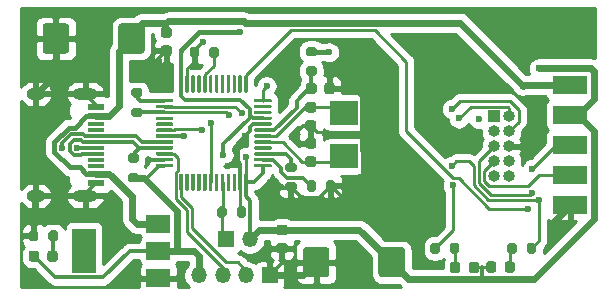
<source format=gbr>
%TF.GenerationSoftware,KiCad,Pcbnew,(5.1.9-0-10_14)*%
%TF.CreationDate,2021-03-11T22:52:10+08:00*%
%TF.ProjectId,stlinkv21,73746c69-6e6b-4763-9231-2e6b69636164,rev?*%
%TF.SameCoordinates,Original*%
%TF.FileFunction,Copper,L1,Top*%
%TF.FilePolarity,Positive*%
%FSLAX46Y46*%
G04 Gerber Fmt 4.6, Leading zero omitted, Abs format (unit mm)*
G04 Created by KiCad (PCBNEW (5.1.9-0-10_14)) date 2021-03-11 22:52:10*
%MOMM*%
%LPD*%
G01*
G04 APERTURE LIST*
%TA.AperFunction,SMDPad,CuDef*%
%ADD10R,2.400000X2.000000*%
%TD*%
%TA.AperFunction,SMDPad,CuDef*%
%ADD11R,2.000000X1.500000*%
%TD*%
%TA.AperFunction,SMDPad,CuDef*%
%ADD12R,2.000000X3.800000*%
%TD*%
%TA.AperFunction,SMDPad,CuDef*%
%ADD13R,2.999994X1.519936*%
%TD*%
%TA.AperFunction,ComponentPad*%
%ADD14O,1.350000X1.350000*%
%TD*%
%TA.AperFunction,ComponentPad*%
%ADD15R,1.350000X1.350000*%
%TD*%
%TA.AperFunction,ComponentPad*%
%ADD16O,1.000000X1.000000*%
%TD*%
%TA.AperFunction,ComponentPad*%
%ADD17R,1.000000X1.000000*%
%TD*%
%TA.AperFunction,SMDPad,CuDef*%
%ADD18R,1.450000X0.600000*%
%TD*%
%TA.AperFunction,SMDPad,CuDef*%
%ADD19R,1.450000X0.300000*%
%TD*%
%TA.AperFunction,ComponentPad*%
%ADD20O,2.100000X1.000000*%
%TD*%
%TA.AperFunction,ComponentPad*%
%ADD21O,1.600000X1.000000*%
%TD*%
%TA.AperFunction,ViaPad*%
%ADD22C,0.600000*%
%TD*%
%TA.AperFunction,Conductor*%
%ADD23C,0.250000*%
%TD*%
%TA.AperFunction,Conductor*%
%ADD24C,0.600000*%
%TD*%
%TA.AperFunction,Conductor*%
%ADD25C,0.300000*%
%TD*%
%TA.AperFunction,Conductor*%
%ADD26C,0.400000*%
%TD*%
%TA.AperFunction,Conductor*%
%ADD27C,0.254000*%
%TD*%
%TA.AperFunction,Conductor*%
%ADD28C,0.100000*%
%TD*%
G04 APERTURE END LIST*
%TO.P,C6,2*%
%TO.N,+3V3*%
%TA.AperFunction,SMDPad,CuDef*%
G36*
G01*
X130955000Y-98205001D02*
X130955000Y-96154999D01*
G75*
G02*
X131204999Y-95905000I249999J0D01*
G01*
X132955001Y-95905000D01*
G75*
G02*
X133205000Y-96154999I0J-249999D01*
G01*
X133205000Y-98205001D01*
G75*
G02*
X132955001Y-98455000I-249999J0D01*
G01*
X131204999Y-98455000D01*
G75*
G02*
X130955000Y-98205001I0J249999D01*
G01*
G37*
%TD.AperFunction*%
%TO.P,C6,1*%
%TO.N,GND*%
%TA.AperFunction,SMDPad,CuDef*%
G36*
G01*
X124555000Y-98205001D02*
X124555000Y-96154999D01*
G75*
G02*
X124804999Y-95905000I249999J0D01*
G01*
X126555001Y-95905000D01*
G75*
G02*
X126805000Y-96154999I0J-249999D01*
G01*
X126805000Y-98205001D01*
G75*
G02*
X126555001Y-98455000I-249999J0D01*
G01*
X124804999Y-98455000D01*
G75*
G02*
X124555000Y-98205001I0J249999D01*
G01*
G37*
%TD.AperFunction*%
%TD*%
%TO.P,C4,2*%
%TO.N,VBUS*%
%TA.AperFunction,SMDPad,CuDef*%
G36*
G01*
X108915000Y-79265001D02*
X108915000Y-77214999D01*
G75*
G02*
X109164999Y-76965000I249999J0D01*
G01*
X110915001Y-76965000D01*
G75*
G02*
X111165000Y-77214999I0J-249999D01*
G01*
X111165000Y-79265001D01*
G75*
G02*
X110915001Y-79515000I-249999J0D01*
G01*
X109164999Y-79515000D01*
G75*
G02*
X108915000Y-79265001I0J249999D01*
G01*
G37*
%TD.AperFunction*%
%TO.P,C4,1*%
%TO.N,GND*%
%TA.AperFunction,SMDPad,CuDef*%
G36*
G01*
X102515000Y-79265001D02*
X102515000Y-77214999D01*
G75*
G02*
X102764999Y-76965000I249999J0D01*
G01*
X104515001Y-76965000D01*
G75*
G02*
X104765000Y-77214999I0J-249999D01*
G01*
X104765000Y-79265001D01*
G75*
G02*
X104515001Y-79515000I-249999J0D01*
G01*
X102764999Y-79515000D01*
G75*
G02*
X102515000Y-79265001I0J249999D01*
G01*
G37*
%TD.AperFunction*%
%TD*%
D10*
%TO.P,Y1,2*%
%TO.N,Net-(C2-Pad1)*%
X128016000Y-84510000D03*
%TO.P,Y1,1*%
%TO.N,Net-(C1-Pad1)*%
X128016000Y-88210000D03*
%TD*%
%TO.P,R12,2*%
%TO.N,+3V3*%
%TA.AperFunction,SMDPad,CuDef*%
G36*
G01*
X109945000Y-89615000D02*
X110495000Y-89615000D01*
G75*
G02*
X110695000Y-89815000I0J-200000D01*
G01*
X110695000Y-90215000D01*
G75*
G02*
X110495000Y-90415000I-200000J0D01*
G01*
X109945000Y-90415000D01*
G75*
G02*
X109745000Y-90215000I0J200000D01*
G01*
X109745000Y-89815000D01*
G75*
G02*
X109945000Y-89615000I200000J0D01*
G01*
G37*
%TD.AperFunction*%
%TO.P,R12,1*%
%TO.N,USB_DP*%
%TA.AperFunction,SMDPad,CuDef*%
G36*
G01*
X109945000Y-87965000D02*
X110495000Y-87965000D01*
G75*
G02*
X110695000Y-88165000I0J-200000D01*
G01*
X110695000Y-88565000D01*
G75*
G02*
X110495000Y-88765000I-200000J0D01*
G01*
X109945000Y-88765000D01*
G75*
G02*
X109745000Y-88565000I0J200000D01*
G01*
X109745000Y-88165000D01*
G75*
G02*
X109945000Y-87965000I200000J0D01*
G01*
G37*
%TD.AperFunction*%
%TD*%
%TO.P,R11,2*%
%TO.N,+3V3*%
%TA.AperFunction,SMDPad,CuDef*%
G36*
G01*
X125555000Y-79755000D02*
X125005000Y-79755000D01*
G75*
G02*
X124805000Y-79555000I0J200000D01*
G01*
X124805000Y-79155000D01*
G75*
G02*
X125005000Y-78955000I200000J0D01*
G01*
X125555000Y-78955000D01*
G75*
G02*
X125755000Y-79155000I0J-200000D01*
G01*
X125755000Y-79555000D01*
G75*
G02*
X125555000Y-79755000I-200000J0D01*
G01*
G37*
%TD.AperFunction*%
%TO.P,R11,1*%
%TO.N,Net-(C7-Pad1)*%
%TA.AperFunction,SMDPad,CuDef*%
G36*
G01*
X125555000Y-81405000D02*
X125005000Y-81405000D01*
G75*
G02*
X124805000Y-81205000I0J200000D01*
G01*
X124805000Y-80805000D01*
G75*
G02*
X125005000Y-80605000I200000J0D01*
G01*
X125555000Y-80605000D01*
G75*
G02*
X125755000Y-80805000I0J-200000D01*
G01*
X125755000Y-81205000D01*
G75*
G02*
X125555000Y-81405000I-200000J0D01*
G01*
G37*
%TD.AperFunction*%
%TD*%
%TO.P,R10,2*%
%TO.N,PB14*%
%TA.AperFunction,SMDPad,CuDef*%
G36*
G01*
X110225000Y-84085000D02*
X110775000Y-84085000D01*
G75*
G02*
X110975000Y-84285000I0J-200000D01*
G01*
X110975000Y-84685000D01*
G75*
G02*
X110775000Y-84885000I-200000J0D01*
G01*
X110225000Y-84885000D01*
G75*
G02*
X110025000Y-84685000I0J200000D01*
G01*
X110025000Y-84285000D01*
G75*
G02*
X110225000Y-84085000I200000J0D01*
G01*
G37*
%TD.AperFunction*%
%TO.P,R10,1*%
%TO.N,Net-(R10-Pad1)*%
%TA.AperFunction,SMDPad,CuDef*%
G36*
G01*
X110225000Y-82435000D02*
X110775000Y-82435000D01*
G75*
G02*
X110975000Y-82635000I0J-200000D01*
G01*
X110975000Y-83035000D01*
G75*
G02*
X110775000Y-83235000I-200000J0D01*
G01*
X110225000Y-83235000D01*
G75*
G02*
X110025000Y-83035000I0J200000D01*
G01*
X110025000Y-82635000D01*
G75*
G02*
X110225000Y-82435000I200000J0D01*
G01*
G37*
%TD.AperFunction*%
%TD*%
%TO.P,R9,2*%
%TO.N,GND*%
%TA.AperFunction,SMDPad,CuDef*%
G36*
G01*
X123265000Y-90395000D02*
X123815000Y-90395000D01*
G75*
G02*
X124015000Y-90595000I0J-200000D01*
G01*
X124015000Y-90995000D01*
G75*
G02*
X123815000Y-91195000I-200000J0D01*
G01*
X123265000Y-91195000D01*
G75*
G02*
X123065000Y-90995000I0J200000D01*
G01*
X123065000Y-90595000D01*
G75*
G02*
X123265000Y-90395000I200000J0D01*
G01*
G37*
%TD.AperFunction*%
%TO.P,R9,1*%
%TO.N,Net-(R9-Pad1)*%
%TA.AperFunction,SMDPad,CuDef*%
G36*
G01*
X123265000Y-88745000D02*
X123815000Y-88745000D01*
G75*
G02*
X124015000Y-88945000I0J-200000D01*
G01*
X124015000Y-89345000D01*
G75*
G02*
X123815000Y-89545000I-200000J0D01*
G01*
X123265000Y-89545000D01*
G75*
G02*
X123065000Y-89345000I0J200000D01*
G01*
X123065000Y-88945000D01*
G75*
G02*
X123265000Y-88745000I200000J0D01*
G01*
G37*
%TD.AperFunction*%
%TD*%
%TO.P,R8,2*%
%TO.N,GND*%
%TA.AperFunction,SMDPad,CuDef*%
G36*
G01*
X126525000Y-90995000D02*
X126525000Y-90445000D01*
G75*
G02*
X126725000Y-90245000I200000J0D01*
G01*
X127125000Y-90245000D01*
G75*
G02*
X127325000Y-90445000I0J-200000D01*
G01*
X127325000Y-90995000D01*
G75*
G02*
X127125000Y-91195000I-200000J0D01*
G01*
X126725000Y-91195000D01*
G75*
G02*
X126525000Y-90995000I0J200000D01*
G01*
G37*
%TD.AperFunction*%
%TO.P,R8,1*%
%TO.N,Net-(R8-Pad1)*%
%TA.AperFunction,SMDPad,CuDef*%
G36*
G01*
X124875000Y-90995000D02*
X124875000Y-90445000D01*
G75*
G02*
X125075000Y-90245000I200000J0D01*
G01*
X125475000Y-90245000D01*
G75*
G02*
X125675000Y-90445000I0J-200000D01*
G01*
X125675000Y-90995000D01*
G75*
G02*
X125475000Y-91195000I-200000J0D01*
G01*
X125075000Y-91195000D01*
G75*
G02*
X124875000Y-90995000I0J200000D01*
G01*
G37*
%TD.AperFunction*%
%TD*%
%TO.P,C7,2*%
%TO.N,GND*%
%TA.AperFunction,SMDPad,CuDef*%
G36*
G01*
X126365000Y-82720000D02*
X126365000Y-82220000D01*
G75*
G02*
X126590000Y-81995000I225000J0D01*
G01*
X127040000Y-81995000D01*
G75*
G02*
X127265000Y-82220000I0J-225000D01*
G01*
X127265000Y-82720000D01*
G75*
G02*
X127040000Y-82945000I-225000J0D01*
G01*
X126590000Y-82945000D01*
G75*
G02*
X126365000Y-82720000I0J225000D01*
G01*
G37*
%TD.AperFunction*%
%TO.P,C7,1*%
%TO.N,Net-(C7-Pad1)*%
%TA.AperFunction,SMDPad,CuDef*%
G36*
G01*
X124815000Y-82720000D02*
X124815000Y-82220000D01*
G75*
G02*
X125040000Y-81995000I225000J0D01*
G01*
X125490000Y-81995000D01*
G75*
G02*
X125715000Y-82220000I0J-225000D01*
G01*
X125715000Y-82720000D01*
G75*
G02*
X125490000Y-82945000I-225000J0D01*
G01*
X125040000Y-82945000D01*
G75*
G02*
X124815000Y-82720000I0J225000D01*
G01*
G37*
%TD.AperFunction*%
%TD*%
%TO.P,C5,2*%
%TO.N,+3V3*%
%TA.AperFunction,SMDPad,CuDef*%
G36*
G01*
X123030000Y-94895000D02*
X122530000Y-94895000D01*
G75*
G02*
X122305000Y-94670000I0J225000D01*
G01*
X122305000Y-94220000D01*
G75*
G02*
X122530000Y-93995000I225000J0D01*
G01*
X123030000Y-93995000D01*
G75*
G02*
X123255000Y-94220000I0J-225000D01*
G01*
X123255000Y-94670000D01*
G75*
G02*
X123030000Y-94895000I-225000J0D01*
G01*
G37*
%TD.AperFunction*%
%TO.P,C5,1*%
%TO.N,GND*%
%TA.AperFunction,SMDPad,CuDef*%
G36*
G01*
X123030000Y-96445000D02*
X122530000Y-96445000D01*
G75*
G02*
X122305000Y-96220000I0J225000D01*
G01*
X122305000Y-95770000D01*
G75*
G02*
X122530000Y-95545000I225000J0D01*
G01*
X123030000Y-95545000D01*
G75*
G02*
X123255000Y-95770000I0J-225000D01*
G01*
X123255000Y-96220000D01*
G75*
G02*
X123030000Y-96445000I-225000J0D01*
G01*
G37*
%TD.AperFunction*%
%TD*%
%TO.P,C3,2*%
%TO.N,VBUS*%
%TA.AperFunction,SMDPad,CuDef*%
G36*
G01*
X113240000Y-78175000D02*
X112740000Y-78175000D01*
G75*
G02*
X112515000Y-77950000I0J225000D01*
G01*
X112515000Y-77500000D01*
G75*
G02*
X112740000Y-77275000I225000J0D01*
G01*
X113240000Y-77275000D01*
G75*
G02*
X113465000Y-77500000I0J-225000D01*
G01*
X113465000Y-77950000D01*
G75*
G02*
X113240000Y-78175000I-225000J0D01*
G01*
G37*
%TD.AperFunction*%
%TO.P,C3,1*%
%TO.N,GND*%
%TA.AperFunction,SMDPad,CuDef*%
G36*
G01*
X113240000Y-79725000D02*
X112740000Y-79725000D01*
G75*
G02*
X112515000Y-79500000I0J225000D01*
G01*
X112515000Y-79050000D01*
G75*
G02*
X112740000Y-78825000I225000J0D01*
G01*
X113240000Y-78825000D01*
G75*
G02*
X113465000Y-79050000I0J-225000D01*
G01*
X113465000Y-79500000D01*
G75*
G02*
X113240000Y-79725000I-225000J0D01*
G01*
G37*
%TD.AperFunction*%
%TD*%
%TO.P,C2,2*%
%TO.N,GND*%
%TA.AperFunction,SMDPad,CuDef*%
G36*
G01*
X124972000Y-85161000D02*
X125472000Y-85161000D01*
G75*
G02*
X125697000Y-85386000I0J-225000D01*
G01*
X125697000Y-85836000D01*
G75*
G02*
X125472000Y-86061000I-225000J0D01*
G01*
X124972000Y-86061000D01*
G75*
G02*
X124747000Y-85836000I0J225000D01*
G01*
X124747000Y-85386000D01*
G75*
G02*
X124972000Y-85161000I225000J0D01*
G01*
G37*
%TD.AperFunction*%
%TO.P,C2,1*%
%TO.N,Net-(C2-Pad1)*%
%TA.AperFunction,SMDPad,CuDef*%
G36*
G01*
X124972000Y-83611000D02*
X125472000Y-83611000D01*
G75*
G02*
X125697000Y-83836000I0J-225000D01*
G01*
X125697000Y-84286000D01*
G75*
G02*
X125472000Y-84511000I-225000J0D01*
G01*
X124972000Y-84511000D01*
G75*
G02*
X124747000Y-84286000I0J225000D01*
G01*
X124747000Y-83836000D01*
G75*
G02*
X124972000Y-83611000I225000J0D01*
G01*
G37*
%TD.AperFunction*%
%TD*%
%TO.P,C1,2*%
%TO.N,GND*%
%TA.AperFunction,SMDPad,CuDef*%
G36*
G01*
X125472000Y-87559000D02*
X124972000Y-87559000D01*
G75*
G02*
X124747000Y-87334000I0J225000D01*
G01*
X124747000Y-86884000D01*
G75*
G02*
X124972000Y-86659000I225000J0D01*
G01*
X125472000Y-86659000D01*
G75*
G02*
X125697000Y-86884000I0J-225000D01*
G01*
X125697000Y-87334000D01*
G75*
G02*
X125472000Y-87559000I-225000J0D01*
G01*
G37*
%TD.AperFunction*%
%TO.P,C1,1*%
%TO.N,Net-(C1-Pad1)*%
%TA.AperFunction,SMDPad,CuDef*%
G36*
G01*
X125472000Y-89109000D02*
X124972000Y-89109000D01*
G75*
G02*
X124747000Y-88884000I0J225000D01*
G01*
X124747000Y-88434000D01*
G75*
G02*
X124972000Y-88209000I225000J0D01*
G01*
X125472000Y-88209000D01*
G75*
G02*
X125697000Y-88434000I0J-225000D01*
G01*
X125697000Y-88884000D01*
G75*
G02*
X125472000Y-89109000I-225000J0D01*
G01*
G37*
%TD.AperFunction*%
%TD*%
%TO.P,U1,48*%
%TO.N,+3V3*%
%TA.AperFunction,SMDPad,CuDef*%
G36*
G01*
X119900000Y-89750000D02*
X119900000Y-91075000D01*
G75*
G02*
X119825000Y-91150000I-75000J0D01*
G01*
X119675000Y-91150000D01*
G75*
G02*
X119600000Y-91075000I0J75000D01*
G01*
X119600000Y-89750000D01*
G75*
G02*
X119675000Y-89675000I75000J0D01*
G01*
X119825000Y-89675000D01*
G75*
G02*
X119900000Y-89750000I0J-75000D01*
G01*
G37*
%TD.AperFunction*%
%TO.P,U1,47*%
%TO.N,GND*%
%TA.AperFunction,SMDPad,CuDef*%
G36*
G01*
X119400000Y-89750000D02*
X119400000Y-91075000D01*
G75*
G02*
X119325000Y-91150000I-75000J0D01*
G01*
X119175000Y-91150000D01*
G75*
G02*
X119100000Y-91075000I0J75000D01*
G01*
X119100000Y-89750000D01*
G75*
G02*
X119175000Y-89675000I75000J0D01*
G01*
X119325000Y-89675000D01*
G75*
G02*
X119400000Y-89750000I0J-75000D01*
G01*
G37*
%TD.AperFunction*%
%TO.P,U1,46*%
%TO.N,Net-(U1-Pad46)*%
%TA.AperFunction,SMDPad,CuDef*%
G36*
G01*
X118900000Y-89750000D02*
X118900000Y-91075000D01*
G75*
G02*
X118825000Y-91150000I-75000J0D01*
G01*
X118675000Y-91150000D01*
G75*
G02*
X118600000Y-91075000I0J75000D01*
G01*
X118600000Y-89750000D01*
G75*
G02*
X118675000Y-89675000I75000J0D01*
G01*
X118825000Y-89675000D01*
G75*
G02*
X118900000Y-89750000I0J-75000D01*
G01*
G37*
%TD.AperFunction*%
%TO.P,U1,45*%
%TO.N,Net-(U1-Pad45)*%
%TA.AperFunction,SMDPad,CuDef*%
G36*
G01*
X118400000Y-89750000D02*
X118400000Y-91075000D01*
G75*
G02*
X118325000Y-91150000I-75000J0D01*
G01*
X118175000Y-91150000D01*
G75*
G02*
X118100000Y-91075000I0J75000D01*
G01*
X118100000Y-89750000D01*
G75*
G02*
X118175000Y-89675000I75000J0D01*
G01*
X118325000Y-89675000D01*
G75*
G02*
X118400000Y-89750000I0J-75000D01*
G01*
G37*
%TD.AperFunction*%
%TO.P,U1,44*%
%TO.N,Net-(J2-Pad1)*%
%TA.AperFunction,SMDPad,CuDef*%
G36*
G01*
X117900000Y-89750000D02*
X117900000Y-91075000D01*
G75*
G02*
X117825000Y-91150000I-75000J0D01*
G01*
X117675000Y-91150000D01*
G75*
G02*
X117600000Y-91075000I0J75000D01*
G01*
X117600000Y-89750000D01*
G75*
G02*
X117675000Y-89675000I75000J0D01*
G01*
X117825000Y-89675000D01*
G75*
G02*
X117900000Y-89750000I0J-75000D01*
G01*
G37*
%TD.AperFunction*%
%TO.P,U1,43*%
%TO.N,Net-(U1-Pad43)*%
%TA.AperFunction,SMDPad,CuDef*%
G36*
G01*
X117400000Y-89750000D02*
X117400000Y-91075000D01*
G75*
G02*
X117325000Y-91150000I-75000J0D01*
G01*
X117175000Y-91150000D01*
G75*
G02*
X117100000Y-91075000I0J75000D01*
G01*
X117100000Y-89750000D01*
G75*
G02*
X117175000Y-89675000I75000J0D01*
G01*
X117325000Y-89675000D01*
G75*
G02*
X117400000Y-89750000I0J-75000D01*
G01*
G37*
%TD.AperFunction*%
%TO.P,U1,42*%
%TO.N,PB6*%
%TA.AperFunction,SMDPad,CuDef*%
G36*
G01*
X116900000Y-89750000D02*
X116900000Y-91075000D01*
G75*
G02*
X116825000Y-91150000I-75000J0D01*
G01*
X116675000Y-91150000D01*
G75*
G02*
X116600000Y-91075000I0J75000D01*
G01*
X116600000Y-89750000D01*
G75*
G02*
X116675000Y-89675000I75000J0D01*
G01*
X116825000Y-89675000D01*
G75*
G02*
X116900000Y-89750000I0J-75000D01*
G01*
G37*
%TD.AperFunction*%
%TO.P,U1,41*%
%TO.N,Net-(U1-Pad41)*%
%TA.AperFunction,SMDPad,CuDef*%
G36*
G01*
X116400000Y-89750000D02*
X116400000Y-91075000D01*
G75*
G02*
X116325000Y-91150000I-75000J0D01*
G01*
X116175000Y-91150000D01*
G75*
G02*
X116100000Y-91075000I0J75000D01*
G01*
X116100000Y-89750000D01*
G75*
G02*
X116175000Y-89675000I75000J0D01*
G01*
X116325000Y-89675000D01*
G75*
G02*
X116400000Y-89750000I0J-75000D01*
G01*
G37*
%TD.AperFunction*%
%TO.P,U1,40*%
%TO.N,Net-(U1-Pad40)*%
%TA.AperFunction,SMDPad,CuDef*%
G36*
G01*
X115900000Y-89750000D02*
X115900000Y-91075000D01*
G75*
G02*
X115825000Y-91150000I-75000J0D01*
G01*
X115675000Y-91150000D01*
G75*
G02*
X115600000Y-91075000I0J75000D01*
G01*
X115600000Y-89750000D01*
G75*
G02*
X115675000Y-89675000I75000J0D01*
G01*
X115825000Y-89675000D01*
G75*
G02*
X115900000Y-89750000I0J-75000D01*
G01*
G37*
%TD.AperFunction*%
%TO.P,U1,39*%
%TO.N,Net-(U1-Pad39)*%
%TA.AperFunction,SMDPad,CuDef*%
G36*
G01*
X115400000Y-89750000D02*
X115400000Y-91075000D01*
G75*
G02*
X115325000Y-91150000I-75000J0D01*
G01*
X115175000Y-91150000D01*
G75*
G02*
X115100000Y-91075000I0J75000D01*
G01*
X115100000Y-89750000D01*
G75*
G02*
X115175000Y-89675000I75000J0D01*
G01*
X115325000Y-89675000D01*
G75*
G02*
X115400000Y-89750000I0J-75000D01*
G01*
G37*
%TD.AperFunction*%
%TO.P,U1,38*%
%TO.N,Net-(U1-Pad38)*%
%TA.AperFunction,SMDPad,CuDef*%
G36*
G01*
X114900000Y-89750000D02*
X114900000Y-91075000D01*
G75*
G02*
X114825000Y-91150000I-75000J0D01*
G01*
X114675000Y-91150000D01*
G75*
G02*
X114600000Y-91075000I0J75000D01*
G01*
X114600000Y-89750000D01*
G75*
G02*
X114675000Y-89675000I75000J0D01*
G01*
X114825000Y-89675000D01*
G75*
G02*
X114900000Y-89750000I0J-75000D01*
G01*
G37*
%TD.AperFunction*%
%TO.P,U1,37*%
%TO.N,m_CLK*%
%TA.AperFunction,SMDPad,CuDef*%
G36*
G01*
X114400000Y-89750000D02*
X114400000Y-91075000D01*
G75*
G02*
X114325000Y-91150000I-75000J0D01*
G01*
X114175000Y-91150000D01*
G75*
G02*
X114100000Y-91075000I0J75000D01*
G01*
X114100000Y-89750000D01*
G75*
G02*
X114175000Y-89675000I75000J0D01*
G01*
X114325000Y-89675000D01*
G75*
G02*
X114400000Y-89750000I0J-75000D01*
G01*
G37*
%TD.AperFunction*%
%TO.P,U1,36*%
%TO.N,+3V3*%
%TA.AperFunction,SMDPad,CuDef*%
G36*
G01*
X113575000Y-88925000D02*
X113575000Y-89075000D01*
G75*
G02*
X113500000Y-89150000I-75000J0D01*
G01*
X112175000Y-89150000D01*
G75*
G02*
X112100000Y-89075000I0J75000D01*
G01*
X112100000Y-88925000D01*
G75*
G02*
X112175000Y-88850000I75000J0D01*
G01*
X113500000Y-88850000D01*
G75*
G02*
X113575000Y-88925000I0J-75000D01*
G01*
G37*
%TD.AperFunction*%
%TO.P,U1,35*%
%TO.N,GND*%
%TA.AperFunction,SMDPad,CuDef*%
G36*
G01*
X113575000Y-88425000D02*
X113575000Y-88575000D01*
G75*
G02*
X113500000Y-88650000I-75000J0D01*
G01*
X112175000Y-88650000D01*
G75*
G02*
X112100000Y-88575000I0J75000D01*
G01*
X112100000Y-88425000D01*
G75*
G02*
X112175000Y-88350000I75000J0D01*
G01*
X113500000Y-88350000D01*
G75*
G02*
X113575000Y-88425000I0J-75000D01*
G01*
G37*
%TD.AperFunction*%
%TO.P,U1,34*%
%TO.N,m_DIO*%
%TA.AperFunction,SMDPad,CuDef*%
G36*
G01*
X113575000Y-87925000D02*
X113575000Y-88075000D01*
G75*
G02*
X113500000Y-88150000I-75000J0D01*
G01*
X112175000Y-88150000D01*
G75*
G02*
X112100000Y-88075000I0J75000D01*
G01*
X112100000Y-87925000D01*
G75*
G02*
X112175000Y-87850000I75000J0D01*
G01*
X113500000Y-87850000D01*
G75*
G02*
X113575000Y-87925000I0J-75000D01*
G01*
G37*
%TD.AperFunction*%
%TO.P,U1,33*%
%TO.N,USB_DP*%
%TA.AperFunction,SMDPad,CuDef*%
G36*
G01*
X113575000Y-87425000D02*
X113575000Y-87575000D01*
G75*
G02*
X113500000Y-87650000I-75000J0D01*
G01*
X112175000Y-87650000D01*
G75*
G02*
X112100000Y-87575000I0J75000D01*
G01*
X112100000Y-87425000D01*
G75*
G02*
X112175000Y-87350000I75000J0D01*
G01*
X113500000Y-87350000D01*
G75*
G02*
X113575000Y-87425000I0J-75000D01*
G01*
G37*
%TD.AperFunction*%
%TO.P,U1,32*%
%TO.N,USB_DM*%
%TA.AperFunction,SMDPad,CuDef*%
G36*
G01*
X113575000Y-86925000D02*
X113575000Y-87075000D01*
G75*
G02*
X113500000Y-87150000I-75000J0D01*
G01*
X112175000Y-87150000D01*
G75*
G02*
X112100000Y-87075000I0J75000D01*
G01*
X112100000Y-86925000D01*
G75*
G02*
X112175000Y-86850000I75000J0D01*
G01*
X113500000Y-86850000D01*
G75*
G02*
X113575000Y-86925000I0J-75000D01*
G01*
G37*
%TD.AperFunction*%
%TO.P,U1,31*%
%TO.N,PA10*%
%TA.AperFunction,SMDPad,CuDef*%
G36*
G01*
X113575000Y-86425000D02*
X113575000Y-86575000D01*
G75*
G02*
X113500000Y-86650000I-75000J0D01*
G01*
X112175000Y-86650000D01*
G75*
G02*
X112100000Y-86575000I0J75000D01*
G01*
X112100000Y-86425000D01*
G75*
G02*
X112175000Y-86350000I75000J0D01*
G01*
X113500000Y-86350000D01*
G75*
G02*
X113575000Y-86425000I0J-75000D01*
G01*
G37*
%TD.AperFunction*%
%TO.P,U1,30*%
%TO.N,GREEN*%
%TA.AperFunction,SMDPad,CuDef*%
G36*
G01*
X113575000Y-85925000D02*
X113575000Y-86075000D01*
G75*
G02*
X113500000Y-86150000I-75000J0D01*
G01*
X112175000Y-86150000D01*
G75*
G02*
X112100000Y-86075000I0J75000D01*
G01*
X112100000Y-85925000D01*
G75*
G02*
X112175000Y-85850000I75000J0D01*
G01*
X113500000Y-85850000D01*
G75*
G02*
X113575000Y-85925000I0J-75000D01*
G01*
G37*
%TD.AperFunction*%
%TO.P,U1,29*%
%TO.N,Net-(U1-Pad29)*%
%TA.AperFunction,SMDPad,CuDef*%
G36*
G01*
X113575000Y-85425000D02*
X113575000Y-85575000D01*
G75*
G02*
X113500000Y-85650000I-75000J0D01*
G01*
X112175000Y-85650000D01*
G75*
G02*
X112100000Y-85575000I0J75000D01*
G01*
X112100000Y-85425000D01*
G75*
G02*
X112175000Y-85350000I75000J0D01*
G01*
X113500000Y-85350000D01*
G75*
G02*
X113575000Y-85425000I0J-75000D01*
G01*
G37*
%TD.AperFunction*%
%TO.P,U1,28*%
%TO.N,Net-(U1-Pad28)*%
%TA.AperFunction,SMDPad,CuDef*%
G36*
G01*
X113575000Y-84925000D02*
X113575000Y-85075000D01*
G75*
G02*
X113500000Y-85150000I-75000J0D01*
G01*
X112175000Y-85150000D01*
G75*
G02*
X112100000Y-85075000I0J75000D01*
G01*
X112100000Y-84925000D01*
G75*
G02*
X112175000Y-84850000I75000J0D01*
G01*
X113500000Y-84850000D01*
G75*
G02*
X113575000Y-84925000I0J-75000D01*
G01*
G37*
%TD.AperFunction*%
%TO.P,U1,27*%
%TO.N,PB14*%
%TA.AperFunction,SMDPad,CuDef*%
G36*
G01*
X113575000Y-84425000D02*
X113575000Y-84575000D01*
G75*
G02*
X113500000Y-84650000I-75000J0D01*
G01*
X112175000Y-84650000D01*
G75*
G02*
X112100000Y-84575000I0J75000D01*
G01*
X112100000Y-84425000D01*
G75*
G02*
X112175000Y-84350000I75000J0D01*
G01*
X113500000Y-84350000D01*
G75*
G02*
X113575000Y-84425000I0J-75000D01*
G01*
G37*
%TD.AperFunction*%
%TO.P,U1,26*%
%TO.N,PB13*%
%TA.AperFunction,SMDPad,CuDef*%
G36*
G01*
X113575000Y-83925000D02*
X113575000Y-84075000D01*
G75*
G02*
X113500000Y-84150000I-75000J0D01*
G01*
X112175000Y-84150000D01*
G75*
G02*
X112100000Y-84075000I0J75000D01*
G01*
X112100000Y-83925000D01*
G75*
G02*
X112175000Y-83850000I75000J0D01*
G01*
X113500000Y-83850000D01*
G75*
G02*
X113575000Y-83925000I0J-75000D01*
G01*
G37*
%TD.AperFunction*%
%TO.P,U1,25*%
%TO.N,Net-(R10-Pad1)*%
%TA.AperFunction,SMDPad,CuDef*%
G36*
G01*
X113575000Y-83425000D02*
X113575000Y-83575000D01*
G75*
G02*
X113500000Y-83650000I-75000J0D01*
G01*
X112175000Y-83650000D01*
G75*
G02*
X112100000Y-83575000I0J75000D01*
G01*
X112100000Y-83425000D01*
G75*
G02*
X112175000Y-83350000I75000J0D01*
G01*
X113500000Y-83350000D01*
G75*
G02*
X113575000Y-83425000I0J-75000D01*
G01*
G37*
%TD.AperFunction*%
%TO.P,U1,24*%
%TO.N,+3V3*%
%TA.AperFunction,SMDPad,CuDef*%
G36*
G01*
X114400000Y-81425000D02*
X114400000Y-82750000D01*
G75*
G02*
X114325000Y-82825000I-75000J0D01*
G01*
X114175000Y-82825000D01*
G75*
G02*
X114100000Y-82750000I0J75000D01*
G01*
X114100000Y-81425000D01*
G75*
G02*
X114175000Y-81350000I75000J0D01*
G01*
X114325000Y-81350000D01*
G75*
G02*
X114400000Y-81425000I0J-75000D01*
G01*
G37*
%TD.AperFunction*%
%TO.P,U1,23*%
%TO.N,GND*%
%TA.AperFunction,SMDPad,CuDef*%
G36*
G01*
X114900000Y-81425000D02*
X114900000Y-82750000D01*
G75*
G02*
X114825000Y-82825000I-75000J0D01*
G01*
X114675000Y-82825000D01*
G75*
G02*
X114600000Y-82750000I0J75000D01*
G01*
X114600000Y-81425000D01*
G75*
G02*
X114675000Y-81350000I75000J0D01*
G01*
X114825000Y-81350000D01*
G75*
G02*
X114900000Y-81425000I0J-75000D01*
G01*
G37*
%TD.AperFunction*%
%TO.P,U1,22*%
%TO.N,Net-(U1-Pad22)*%
%TA.AperFunction,SMDPad,CuDef*%
G36*
G01*
X115400000Y-81425000D02*
X115400000Y-82750000D01*
G75*
G02*
X115325000Y-82825000I-75000J0D01*
G01*
X115175000Y-82825000D01*
G75*
G02*
X115100000Y-82750000I0J75000D01*
G01*
X115100000Y-81425000D01*
G75*
G02*
X115175000Y-81350000I75000J0D01*
G01*
X115325000Y-81350000D01*
G75*
G02*
X115400000Y-81425000I0J-75000D01*
G01*
G37*
%TD.AperFunction*%
%TO.P,U1,21*%
%TO.N,Net-(U1-Pad21)*%
%TA.AperFunction,SMDPad,CuDef*%
G36*
G01*
X115900000Y-81425000D02*
X115900000Y-82750000D01*
G75*
G02*
X115825000Y-82825000I-75000J0D01*
G01*
X115675000Y-82825000D01*
G75*
G02*
X115600000Y-82750000I0J75000D01*
G01*
X115600000Y-81425000D01*
G75*
G02*
X115675000Y-81350000I75000J0D01*
G01*
X115825000Y-81350000D01*
G75*
G02*
X115900000Y-81425000I0J-75000D01*
G01*
G37*
%TD.AperFunction*%
%TO.P,U1,20*%
%TO.N,Net-(R2-Pad1)*%
%TA.AperFunction,SMDPad,CuDef*%
G36*
G01*
X116400000Y-81425000D02*
X116400000Y-82750000D01*
G75*
G02*
X116325000Y-82825000I-75000J0D01*
G01*
X116175000Y-82825000D01*
G75*
G02*
X116100000Y-82750000I0J75000D01*
G01*
X116100000Y-81425000D01*
G75*
G02*
X116175000Y-81350000I75000J0D01*
G01*
X116325000Y-81350000D01*
G75*
G02*
X116400000Y-81425000I0J-75000D01*
G01*
G37*
%TD.AperFunction*%
%TO.P,U1,19*%
%TO.N,Net-(U1-Pad19)*%
%TA.AperFunction,SMDPad,CuDef*%
G36*
G01*
X116900000Y-81425000D02*
X116900000Y-82750000D01*
G75*
G02*
X116825000Y-82825000I-75000J0D01*
G01*
X116675000Y-82825000D01*
G75*
G02*
X116600000Y-82750000I0J75000D01*
G01*
X116600000Y-81425000D01*
G75*
G02*
X116675000Y-81350000I75000J0D01*
G01*
X116825000Y-81350000D01*
G75*
G02*
X116900000Y-81425000I0J-75000D01*
G01*
G37*
%TD.AperFunction*%
%TO.P,U1,18*%
%TO.N,Net-(U1-Pad18)*%
%TA.AperFunction,SMDPad,CuDef*%
G36*
G01*
X117400000Y-81425000D02*
X117400000Y-82750000D01*
G75*
G02*
X117325000Y-82825000I-75000J0D01*
G01*
X117175000Y-82825000D01*
G75*
G02*
X117100000Y-82750000I0J75000D01*
G01*
X117100000Y-81425000D01*
G75*
G02*
X117175000Y-81350000I75000J0D01*
G01*
X117325000Y-81350000D01*
G75*
G02*
X117400000Y-81425000I0J-75000D01*
G01*
G37*
%TD.AperFunction*%
%TO.P,U1,17*%
%TO.N,Net-(U1-Pad17)*%
%TA.AperFunction,SMDPad,CuDef*%
G36*
G01*
X117900000Y-81425000D02*
X117900000Y-82750000D01*
G75*
G02*
X117825000Y-82825000I-75000J0D01*
G01*
X117675000Y-82825000D01*
G75*
G02*
X117600000Y-82750000I0J75000D01*
G01*
X117600000Y-81425000D01*
G75*
G02*
X117675000Y-81350000I75000J0D01*
G01*
X117825000Y-81350000D01*
G75*
G02*
X117900000Y-81425000I0J-75000D01*
G01*
G37*
%TD.AperFunction*%
%TO.P,U1,16*%
%TO.N,Net-(U1-Pad16)*%
%TA.AperFunction,SMDPad,CuDef*%
G36*
G01*
X118400000Y-81425000D02*
X118400000Y-82750000D01*
G75*
G02*
X118325000Y-82825000I-75000J0D01*
G01*
X118175000Y-82825000D01*
G75*
G02*
X118100000Y-82750000I0J75000D01*
G01*
X118100000Y-81425000D01*
G75*
G02*
X118175000Y-81350000I75000J0D01*
G01*
X118325000Y-81350000D01*
G75*
G02*
X118400000Y-81425000I0J-75000D01*
G01*
G37*
%TD.AperFunction*%
%TO.P,U1,15*%
%TO.N,Net-(U1-Pad15)*%
%TA.AperFunction,SMDPad,CuDef*%
G36*
G01*
X118900000Y-81425000D02*
X118900000Y-82750000D01*
G75*
G02*
X118825000Y-82825000I-75000J0D01*
G01*
X118675000Y-82825000D01*
G75*
G02*
X118600000Y-82750000I0J75000D01*
G01*
X118600000Y-81425000D01*
G75*
G02*
X118675000Y-81350000I75000J0D01*
G01*
X118825000Y-81350000D01*
G75*
G02*
X118900000Y-81425000I0J-75000D01*
G01*
G37*
%TD.AperFunction*%
%TO.P,U1,14*%
%TO.N,PA4*%
%TA.AperFunction,SMDPad,CuDef*%
G36*
G01*
X119400000Y-81425000D02*
X119400000Y-82750000D01*
G75*
G02*
X119325000Y-82825000I-75000J0D01*
G01*
X119175000Y-82825000D01*
G75*
G02*
X119100000Y-82750000I0J75000D01*
G01*
X119100000Y-81425000D01*
G75*
G02*
X119175000Y-81350000I75000J0D01*
G01*
X119325000Y-81350000D01*
G75*
G02*
X119400000Y-81425000I0J-75000D01*
G01*
G37*
%TD.AperFunction*%
%TO.P,U1,13*%
%TO.N,PA3*%
%TA.AperFunction,SMDPad,CuDef*%
G36*
G01*
X119900000Y-81425000D02*
X119900000Y-82750000D01*
G75*
G02*
X119825000Y-82825000I-75000J0D01*
G01*
X119675000Y-82825000D01*
G75*
G02*
X119600000Y-82750000I0J75000D01*
G01*
X119600000Y-81425000D01*
G75*
G02*
X119675000Y-81350000I75000J0D01*
G01*
X119825000Y-81350000D01*
G75*
G02*
X119900000Y-81425000I0J-75000D01*
G01*
G37*
%TD.AperFunction*%
%TO.P,U1,12*%
%TO.N,PA2*%
%TA.AperFunction,SMDPad,CuDef*%
G36*
G01*
X121900000Y-83425000D02*
X121900000Y-83575000D01*
G75*
G02*
X121825000Y-83650000I-75000J0D01*
G01*
X120500000Y-83650000D01*
G75*
G02*
X120425000Y-83575000I0J75000D01*
G01*
X120425000Y-83425000D01*
G75*
G02*
X120500000Y-83350000I75000J0D01*
G01*
X121825000Y-83350000D01*
G75*
G02*
X121900000Y-83425000I0J-75000D01*
G01*
G37*
%TD.AperFunction*%
%TO.P,U1,11*%
%TO.N,PA1*%
%TA.AperFunction,SMDPad,CuDef*%
G36*
G01*
X121900000Y-83925000D02*
X121900000Y-84075000D01*
G75*
G02*
X121825000Y-84150000I-75000J0D01*
G01*
X120500000Y-84150000D01*
G75*
G02*
X120425000Y-84075000I0J75000D01*
G01*
X120425000Y-83925000D01*
G75*
G02*
X120500000Y-83850000I75000J0D01*
G01*
X121825000Y-83850000D01*
G75*
G02*
X121900000Y-83925000I0J-75000D01*
G01*
G37*
%TD.AperFunction*%
%TO.P,U1,10*%
%TO.N,PA0*%
%TA.AperFunction,SMDPad,CuDef*%
G36*
G01*
X121900000Y-84425000D02*
X121900000Y-84575000D01*
G75*
G02*
X121825000Y-84650000I-75000J0D01*
G01*
X120500000Y-84650000D01*
G75*
G02*
X120425000Y-84575000I0J75000D01*
G01*
X120425000Y-84425000D01*
G75*
G02*
X120500000Y-84350000I75000J0D01*
G01*
X121825000Y-84350000D01*
G75*
G02*
X121900000Y-84425000I0J-75000D01*
G01*
G37*
%TD.AperFunction*%
%TO.P,U1,9*%
%TO.N,+3V3*%
%TA.AperFunction,SMDPad,CuDef*%
G36*
G01*
X121900000Y-84925000D02*
X121900000Y-85075000D01*
G75*
G02*
X121825000Y-85150000I-75000J0D01*
G01*
X120500000Y-85150000D01*
G75*
G02*
X120425000Y-85075000I0J75000D01*
G01*
X120425000Y-84925000D01*
G75*
G02*
X120500000Y-84850000I75000J0D01*
G01*
X121825000Y-84850000D01*
G75*
G02*
X121900000Y-84925000I0J-75000D01*
G01*
G37*
%TD.AperFunction*%
%TO.P,U1,8*%
%TO.N,GND*%
%TA.AperFunction,SMDPad,CuDef*%
G36*
G01*
X121900000Y-85425000D02*
X121900000Y-85575000D01*
G75*
G02*
X121825000Y-85650000I-75000J0D01*
G01*
X120500000Y-85650000D01*
G75*
G02*
X120425000Y-85575000I0J75000D01*
G01*
X120425000Y-85425000D01*
G75*
G02*
X120500000Y-85350000I75000J0D01*
G01*
X121825000Y-85350000D01*
G75*
G02*
X121900000Y-85425000I0J-75000D01*
G01*
G37*
%TD.AperFunction*%
%TO.P,U1,7*%
%TO.N,Net-(C7-Pad1)*%
%TA.AperFunction,SMDPad,CuDef*%
G36*
G01*
X121900000Y-85925000D02*
X121900000Y-86075000D01*
G75*
G02*
X121825000Y-86150000I-75000J0D01*
G01*
X120500000Y-86150000D01*
G75*
G02*
X120425000Y-86075000I0J75000D01*
G01*
X120425000Y-85925000D01*
G75*
G02*
X120500000Y-85850000I75000J0D01*
G01*
X121825000Y-85850000D01*
G75*
G02*
X121900000Y-85925000I0J-75000D01*
G01*
G37*
%TD.AperFunction*%
%TO.P,U1,6*%
%TO.N,Net-(C2-Pad1)*%
%TA.AperFunction,SMDPad,CuDef*%
G36*
G01*
X121900000Y-86425000D02*
X121900000Y-86575000D01*
G75*
G02*
X121825000Y-86650000I-75000J0D01*
G01*
X120500000Y-86650000D01*
G75*
G02*
X120425000Y-86575000I0J75000D01*
G01*
X120425000Y-86425000D01*
G75*
G02*
X120500000Y-86350000I75000J0D01*
G01*
X121825000Y-86350000D01*
G75*
G02*
X121900000Y-86425000I0J-75000D01*
G01*
G37*
%TD.AperFunction*%
%TO.P,U1,5*%
%TO.N,Net-(C1-Pad1)*%
%TA.AperFunction,SMDPad,CuDef*%
G36*
G01*
X121900000Y-86925000D02*
X121900000Y-87075000D01*
G75*
G02*
X121825000Y-87150000I-75000J0D01*
G01*
X120500000Y-87150000D01*
G75*
G02*
X120425000Y-87075000I0J75000D01*
G01*
X120425000Y-86925000D01*
G75*
G02*
X120500000Y-86850000I75000J0D01*
G01*
X121825000Y-86850000D01*
G75*
G02*
X121900000Y-86925000I0J-75000D01*
G01*
G37*
%TD.AperFunction*%
%TO.P,U1,4*%
%TO.N,Net-(U1-Pad4)*%
%TA.AperFunction,SMDPad,CuDef*%
G36*
G01*
X121900000Y-87425000D02*
X121900000Y-87575000D01*
G75*
G02*
X121825000Y-87650000I-75000J0D01*
G01*
X120500000Y-87650000D01*
G75*
G02*
X120425000Y-87575000I0J75000D01*
G01*
X120425000Y-87425000D01*
G75*
G02*
X120500000Y-87350000I75000J0D01*
G01*
X121825000Y-87350000D01*
G75*
G02*
X121900000Y-87425000I0J-75000D01*
G01*
G37*
%TD.AperFunction*%
%TO.P,U1,3*%
%TO.N,Net-(R9-Pad1)*%
%TA.AperFunction,SMDPad,CuDef*%
G36*
G01*
X121900000Y-87925000D02*
X121900000Y-88075000D01*
G75*
G02*
X121825000Y-88150000I-75000J0D01*
G01*
X120500000Y-88150000D01*
G75*
G02*
X120425000Y-88075000I0J75000D01*
G01*
X120425000Y-87925000D01*
G75*
G02*
X120500000Y-87850000I75000J0D01*
G01*
X121825000Y-87850000D01*
G75*
G02*
X121900000Y-87925000I0J-75000D01*
G01*
G37*
%TD.AperFunction*%
%TO.P,U1,2*%
%TO.N,Net-(R8-Pad1)*%
%TA.AperFunction,SMDPad,CuDef*%
G36*
G01*
X121900000Y-88425000D02*
X121900000Y-88575000D01*
G75*
G02*
X121825000Y-88650000I-75000J0D01*
G01*
X120500000Y-88650000D01*
G75*
G02*
X120425000Y-88575000I0J75000D01*
G01*
X120425000Y-88425000D01*
G75*
G02*
X120500000Y-88350000I75000J0D01*
G01*
X121825000Y-88350000D01*
G75*
G02*
X121900000Y-88425000I0J-75000D01*
G01*
G37*
%TD.AperFunction*%
%TO.P,U1,1*%
%TO.N,+3V3*%
%TA.AperFunction,SMDPad,CuDef*%
G36*
G01*
X121900000Y-88925000D02*
X121900000Y-89075000D01*
G75*
G02*
X121825000Y-89150000I-75000J0D01*
G01*
X120500000Y-89150000D01*
G75*
G02*
X120425000Y-89075000I0J75000D01*
G01*
X120425000Y-88925000D01*
G75*
G02*
X120500000Y-88850000I75000J0D01*
G01*
X121825000Y-88850000D01*
G75*
G02*
X121900000Y-88925000I0J-75000D01*
G01*
G37*
%TD.AperFunction*%
%TD*%
%TO.P,R5,2*%
%TO.N,Net-(D3-Pad1)*%
%TA.AperFunction,SMDPad,CuDef*%
G36*
G01*
X103015000Y-95225000D02*
X103015000Y-94675000D01*
G75*
G02*
X103215000Y-94475000I200000J0D01*
G01*
X103615000Y-94475000D01*
G75*
G02*
X103815000Y-94675000I0J-200000D01*
G01*
X103815000Y-95225000D01*
G75*
G02*
X103615000Y-95425000I-200000J0D01*
G01*
X103215000Y-95425000D01*
G75*
G02*
X103015000Y-95225000I0J200000D01*
G01*
G37*
%TD.AperFunction*%
%TO.P,R5,1*%
%TO.N,GND*%
%TA.AperFunction,SMDPad,CuDef*%
G36*
G01*
X101365000Y-95225000D02*
X101365000Y-94675000D01*
G75*
G02*
X101565000Y-94475000I200000J0D01*
G01*
X101965000Y-94475000D01*
G75*
G02*
X102165000Y-94675000I0J-200000D01*
G01*
X102165000Y-95225000D01*
G75*
G02*
X101965000Y-95425000I-200000J0D01*
G01*
X101565000Y-95425000D01*
G75*
G02*
X101365000Y-95225000I0J200000D01*
G01*
G37*
%TD.AperFunction*%
%TD*%
%TO.P,R4,2*%
%TO.N,Net-(D2-Pad1)*%
%TA.AperFunction,SMDPad,CuDef*%
G36*
G01*
X136995000Y-96285000D02*
X136995000Y-95735000D01*
G75*
G02*
X137195000Y-95535000I200000J0D01*
G01*
X137595000Y-95535000D01*
G75*
G02*
X137795000Y-95735000I0J-200000D01*
G01*
X137795000Y-96285000D01*
G75*
G02*
X137595000Y-96485000I-200000J0D01*
G01*
X137195000Y-96485000D01*
G75*
G02*
X136995000Y-96285000I0J200000D01*
G01*
G37*
%TD.AperFunction*%
%TO.P,R4,1*%
%TO.N,GREEN*%
%TA.AperFunction,SMDPad,CuDef*%
G36*
G01*
X135345000Y-96285000D02*
X135345000Y-95735000D01*
G75*
G02*
X135545000Y-95535000I200000J0D01*
G01*
X135945000Y-95535000D01*
G75*
G02*
X136145000Y-95735000I0J-200000D01*
G01*
X136145000Y-96285000D01*
G75*
G02*
X135945000Y-96485000I-200000J0D01*
G01*
X135545000Y-96485000D01*
G75*
G02*
X135345000Y-96285000I0J200000D01*
G01*
G37*
%TD.AperFunction*%
%TD*%
%TO.P,R3,2*%
%TO.N,Net-(D1-Pad1)*%
%TA.AperFunction,SMDPad,CuDef*%
G36*
G01*
X142655000Y-95735000D02*
X142655000Y-96285000D01*
G75*
G02*
X142455000Y-96485000I-200000J0D01*
G01*
X142055000Y-96485000D01*
G75*
G02*
X141855000Y-96285000I0J200000D01*
G01*
X141855000Y-95735000D01*
G75*
G02*
X142055000Y-95535000I200000J0D01*
G01*
X142455000Y-95535000D01*
G75*
G02*
X142655000Y-95735000I0J-200000D01*
G01*
G37*
%TD.AperFunction*%
%TO.P,R3,1*%
%TO.N,PA2*%
%TA.AperFunction,SMDPad,CuDef*%
G36*
G01*
X144305000Y-95735000D02*
X144305000Y-96285000D01*
G75*
G02*
X144105000Y-96485000I-200000J0D01*
G01*
X143705000Y-96485000D01*
G75*
G02*
X143505000Y-96285000I0J200000D01*
G01*
X143505000Y-95735000D01*
G75*
G02*
X143705000Y-95535000I200000J0D01*
G01*
X144105000Y-95535000D01*
G75*
G02*
X144305000Y-95735000I0J-200000D01*
G01*
G37*
%TD.AperFunction*%
%TD*%
%TO.P,D3,2*%
%TO.N,+3V3*%
%TA.AperFunction,SMDPad,CuDef*%
G36*
G01*
X102220000Y-96413750D02*
X102220000Y-96926250D01*
G75*
G02*
X102001250Y-97145000I-218750J0D01*
G01*
X101563750Y-97145000D01*
G75*
G02*
X101345000Y-96926250I0J218750D01*
G01*
X101345000Y-96413750D01*
G75*
G02*
X101563750Y-96195000I218750J0D01*
G01*
X102001250Y-96195000D01*
G75*
G02*
X102220000Y-96413750I0J-218750D01*
G01*
G37*
%TD.AperFunction*%
%TO.P,D3,1*%
%TO.N,Net-(D3-Pad1)*%
%TA.AperFunction,SMDPad,CuDef*%
G36*
G01*
X103795000Y-96413750D02*
X103795000Y-96926250D01*
G75*
G02*
X103576250Y-97145000I-218750J0D01*
G01*
X103138750Y-97145000D01*
G75*
G02*
X102920000Y-96926250I0J218750D01*
G01*
X102920000Y-96413750D01*
G75*
G02*
X103138750Y-96195000I218750J0D01*
G01*
X103576250Y-96195000D01*
G75*
G02*
X103795000Y-96413750I0J-218750D01*
G01*
G37*
%TD.AperFunction*%
%TD*%
%TO.P,D2,2*%
%TO.N,+3V3*%
%TA.AperFunction,SMDPad,CuDef*%
G36*
G01*
X138590000Y-97876250D02*
X138590000Y-97363750D01*
G75*
G02*
X138808750Y-97145000I218750J0D01*
G01*
X139246250Y-97145000D01*
G75*
G02*
X139465000Y-97363750I0J-218750D01*
G01*
X139465000Y-97876250D01*
G75*
G02*
X139246250Y-98095000I-218750J0D01*
G01*
X138808750Y-98095000D01*
G75*
G02*
X138590000Y-97876250I0J218750D01*
G01*
G37*
%TD.AperFunction*%
%TO.P,D2,1*%
%TO.N,Net-(D2-Pad1)*%
%TA.AperFunction,SMDPad,CuDef*%
G36*
G01*
X137015000Y-97876250D02*
X137015000Y-97363750D01*
G75*
G02*
X137233750Y-97145000I218750J0D01*
G01*
X137671250Y-97145000D01*
G75*
G02*
X137890000Y-97363750I0J-218750D01*
G01*
X137890000Y-97876250D01*
G75*
G02*
X137671250Y-98095000I-218750J0D01*
G01*
X137233750Y-98095000D01*
G75*
G02*
X137015000Y-97876250I0J218750D01*
G01*
G37*
%TD.AperFunction*%
%TD*%
%TO.P,D1,2*%
%TO.N,+3V3*%
%TA.AperFunction,SMDPad,CuDef*%
G36*
G01*
X140930000Y-97333750D02*
X140930000Y-97846250D01*
G75*
G02*
X140711250Y-98065000I-218750J0D01*
G01*
X140273750Y-98065000D01*
G75*
G02*
X140055000Y-97846250I0J218750D01*
G01*
X140055000Y-97333750D01*
G75*
G02*
X140273750Y-97115000I218750J0D01*
G01*
X140711250Y-97115000D01*
G75*
G02*
X140930000Y-97333750I0J-218750D01*
G01*
G37*
%TD.AperFunction*%
%TO.P,D1,1*%
%TO.N,Net-(D1-Pad1)*%
%TA.AperFunction,SMDPad,CuDef*%
G36*
G01*
X142505000Y-97333750D02*
X142505000Y-97846250D01*
G75*
G02*
X142286250Y-98065000I-218750J0D01*
G01*
X141848750Y-98065000D01*
G75*
G02*
X141630000Y-97846250I0J218750D01*
G01*
X141630000Y-97333750D01*
G75*
G02*
X141848750Y-97115000I218750J0D01*
G01*
X142286250Y-97115000D01*
G75*
G02*
X142505000Y-97333750I0J-218750D01*
G01*
G37*
%TD.AperFunction*%
%TD*%
D11*
%TO.P,U3,1*%
%TO.N,GND*%
X112330000Y-98520000D03*
%TO.P,U3,3*%
%TO.N,VBUS*%
X112330000Y-93920000D03*
%TO.P,U3,2*%
%TO.N,+3V3*%
X112330000Y-96220000D03*
D12*
%TO.P,U3,4*%
%TO.N,N/C*%
X106030000Y-96220000D03*
%TD*%
D13*
%TO.P,J4,1*%
%TO.N,VBUS*%
X147199394Y-82169746D03*
%TO.P,J4,3*%
%TO.N,+3V3*%
X147199394Y-84709746D03*
%TO.P,J4,5*%
%TO.N,PB14*%
X147199394Y-87249746D03*
%TO.P,J4,7*%
%TO.N,PB13*%
X147199394Y-89789746D03*
%TO.P,J4,9*%
%TO.N,GND*%
X147199394Y-92329746D03*
%TD*%
D14*
%TO.P,J3,4*%
%TO.N,+3V3*%
X115750000Y-98300000D03*
%TO.P,J3,3*%
%TO.N,m_DIO*%
X117750000Y-98300000D03*
%TO.P,J3,2*%
%TO.N,m_CLK*%
X119750000Y-98300000D03*
D15*
%TO.P,J3,1*%
%TO.N,GND*%
X121750000Y-98300000D03*
%TD*%
D16*
%TO.P,CON1,9*%
%TO.N,GND*%
X140735000Y-89910000D03*
%TO.P,CON1,10*%
%TO.N,PA3*%
X142005000Y-89910000D03*
%TO.P,CON1,7*%
%TO.N,PB13*%
X140735000Y-88640000D03*
%TO.P,CON1,8*%
%TO.N,PA2*%
X142005000Y-88640000D03*
%TO.P,CON1,5*%
%TO.N,PB14*%
X140735000Y-87370000D03*
%TO.P,CON1,6*%
%TO.N,GND*%
X142005000Y-87370000D03*
%TO.P,CON1,3*%
%TO.N,+3V3*%
X140735000Y-86100000D03*
%TO.P,CON1,4*%
%TO.N,PA10*%
X142005000Y-86100000D03*
%TO.P,CON1,2*%
%TO.N,PB6*%
X142005000Y-84830000D03*
D17*
%TO.P,CON1,1*%
%TO.N,VBUS*%
X140735000Y-84830000D03*
%TD*%
%TO.P,R2,2*%
%TO.N,GND*%
%TA.AperFunction,SMDPad,CuDef*%
G36*
G01*
X115785000Y-79125000D02*
X115785000Y-79675000D01*
G75*
G02*
X115585000Y-79875000I-200000J0D01*
G01*
X115185000Y-79875000D01*
G75*
G02*
X114985000Y-79675000I0J200000D01*
G01*
X114985000Y-79125000D01*
G75*
G02*
X115185000Y-78925000I200000J0D01*
G01*
X115585000Y-78925000D01*
G75*
G02*
X115785000Y-79125000I0J-200000D01*
G01*
G37*
%TD.AperFunction*%
%TO.P,R2,1*%
%TO.N,Net-(R2-Pad1)*%
%TA.AperFunction,SMDPad,CuDef*%
G36*
G01*
X117435000Y-79125000D02*
X117435000Y-79675000D01*
G75*
G02*
X117235000Y-79875000I-200000J0D01*
G01*
X116835000Y-79875000D01*
G75*
G02*
X116635000Y-79675000I0J200000D01*
G01*
X116635000Y-79125000D01*
G75*
G02*
X116835000Y-78925000I200000J0D01*
G01*
X117235000Y-78925000D01*
G75*
G02*
X117435000Y-79125000I0J-200000D01*
G01*
G37*
%TD.AperFunction*%
%TD*%
%TO.P,R1,2*%
%TO.N,GND*%
%TA.AperFunction,SMDPad,CuDef*%
G36*
G01*
X118955000Y-93205000D02*
X118955000Y-92655000D01*
G75*
G02*
X119155000Y-92455000I200000J0D01*
G01*
X119555000Y-92455000D01*
G75*
G02*
X119755000Y-92655000I0J-200000D01*
G01*
X119755000Y-93205000D01*
G75*
G02*
X119555000Y-93405000I-200000J0D01*
G01*
X119155000Y-93405000D01*
G75*
G02*
X118955000Y-93205000I0J200000D01*
G01*
G37*
%TD.AperFunction*%
%TO.P,R1,1*%
%TO.N,Net-(J2-Pad1)*%
%TA.AperFunction,SMDPad,CuDef*%
G36*
G01*
X117305000Y-93205000D02*
X117305000Y-92655000D01*
G75*
G02*
X117505000Y-92455000I200000J0D01*
G01*
X117905000Y-92455000D01*
G75*
G02*
X118105000Y-92655000I0J-200000D01*
G01*
X118105000Y-93205000D01*
G75*
G02*
X117905000Y-93405000I-200000J0D01*
G01*
X117505000Y-93405000D01*
G75*
G02*
X117305000Y-93205000I0J200000D01*
G01*
G37*
%TD.AperFunction*%
%TD*%
D14*
%TO.P,J2,2*%
%TO.N,+3V3*%
X120070000Y-95230000D03*
D15*
%TO.P,J2,1*%
%TO.N,Net-(J2-Pad1)*%
X118070000Y-95230000D03*
%TD*%
D18*
%TO.P,J1,B1*%
%TO.N,GND*%
X107045000Y-90500000D03*
%TO.P,J1,A9*%
%TO.N,VBUS*%
X107045000Y-89700000D03*
%TO.P,J1,B9*%
X107045000Y-84800000D03*
%TO.P,J1,B12*%
%TO.N,GND*%
X107045000Y-84000000D03*
%TO.P,J1,A1*%
X107045000Y-84000000D03*
%TO.P,J1,A4*%
%TO.N,VBUS*%
X107045000Y-84800000D03*
%TO.P,J1,B4*%
X107045000Y-89700000D03*
%TO.P,J1,A12*%
%TO.N,GND*%
X107045000Y-90500000D03*
D19*
%TO.P,J1,B8*%
%TO.N,Net-(J1-PadB8)*%
X107045000Y-85500000D03*
%TO.P,J1,A5*%
%TO.N,Net-(J1-PadA5)*%
X107045000Y-86000000D03*
%TO.P,J1,B7*%
%TO.N,USB_DM*%
X107045000Y-86500000D03*
%TO.P,J1,A7*%
X107045000Y-87500000D03*
%TO.P,J1,B6*%
%TO.N,USB_DP*%
X107045000Y-88000000D03*
%TO.P,J1,A8*%
%TO.N,Net-(J1-PadA8)*%
X107045000Y-88500000D03*
%TO.P,J1,B5*%
%TO.N,Net-(J1-PadB5)*%
X107045000Y-89000000D03*
%TO.P,J1,A6*%
%TO.N,USB_DP*%
X107045000Y-87000000D03*
D20*
%TO.P,J1,S1*%
%TO.N,GND*%
X106130000Y-91570000D03*
X106130000Y-82930000D03*
D21*
X101950000Y-82930000D03*
X101950000Y-91570000D03*
%TD*%
D22*
%TO.N,GND*%
X145542000Y-94234000D03*
X123594669Y-86545331D03*
X119629153Y-86514331D03*
X111400000Y-88630000D03*
X118244214Y-89015181D03*
X110240000Y-98350000D03*
X128400000Y-92610000D03*
X116056415Y-78536415D03*
X112370000Y-80120000D03*
%TO.N,VBUS*%
X143160000Y-82240000D03*
%TO.N,USB_DM*%
X105460000Y-87480000D03*
X104159999Y-87480437D03*
%TO.N,+3V3*%
X139446000Y-85090000D03*
X144526000Y-80772000D03*
X126780000Y-79410000D03*
X119770000Y-88260000D03*
X117830000Y-88105000D03*
X119200000Y-77680000D03*
%TO.N,PA3*%
X143592205Y-92635011D03*
%TO.N,PA2*%
X137160000Y-89020000D03*
X144525999Y-91910011D03*
%TO.N,PB14*%
X143978297Y-91285011D03*
X143980000Y-89265000D03*
%TO.N,PB6*%
X137760001Y-85010002D03*
%TO.N,GREEN*%
X137265882Y-90679478D03*
X115990000Y-85990000D03*
%TO.N,PA2*%
X121486557Y-82276557D03*
%TO.N,PA10*%
X114470000Y-86500000D03*
X137160000Y-84210000D03*
%TO.N,PB6*%
X116790000Y-85370000D03*
%TO.N,PB13*%
X119360000Y-84530000D03*
%TO.N,PB14*%
X118290000Y-84720000D03*
%TD*%
D23*
%TO.N,GND*%
X126875000Y-90670000D02*
X126925000Y-90720000D01*
X119250000Y-92825000D02*
X119355000Y-92930000D01*
X119250000Y-90412500D02*
X119250000Y-92825000D01*
X125222000Y-85611000D02*
X125222000Y-87109000D01*
D24*
X146819140Y-92710000D02*
X147199394Y-92329746D01*
D23*
X114774990Y-81385010D02*
X114774990Y-80725010D01*
X114750000Y-81410000D02*
X114774990Y-81385010D01*
X114750000Y-82087500D02*
X114750000Y-81410000D01*
X115385000Y-80115000D02*
X115385000Y-79400000D01*
X114774990Y-80725010D02*
X115385000Y-80115000D01*
D25*
X124529000Y-85611000D02*
X123594669Y-86545331D01*
X125222000Y-85611000D02*
X124529000Y-85611000D01*
X120323942Y-85500000D02*
X121162500Y-85500000D01*
X120074990Y-85748952D02*
X120323942Y-85500000D01*
X120074990Y-86068494D02*
X120074990Y-85748952D01*
X119629153Y-86514331D02*
X120074990Y-86068494D01*
X119019999Y-87123485D02*
X119629153Y-86514331D01*
X119019999Y-88620001D02*
X119019999Y-87123485D01*
X119250000Y-88850002D02*
X119019999Y-88620001D01*
X119250000Y-90412500D02*
X119250000Y-88850002D01*
X111530000Y-88500000D02*
X111400000Y-88630000D01*
X112837500Y-88500000D02*
X111530000Y-88500000D01*
X118409393Y-88850002D02*
X118244214Y-89015181D01*
X119250000Y-88850002D02*
X118409393Y-88850002D01*
X101765000Y-91755000D02*
X101950000Y-91570000D01*
X101765000Y-94950000D02*
X101765000Y-91755000D01*
X106130000Y-82930000D02*
X101950000Y-82930000D01*
X107045000Y-83845000D02*
X106130000Y-82930000D01*
X107045000Y-84000000D02*
X107045000Y-83845000D01*
X106260000Y-82800000D02*
X106130000Y-82930000D01*
X106130000Y-91415000D02*
X107045000Y-90500000D01*
X106130000Y-91570000D02*
X106130000Y-91415000D01*
X106130000Y-91570000D02*
X101950000Y-91570000D01*
X110410000Y-98520000D02*
X110240000Y-98350000D01*
X112330000Y-98520000D02*
X110410000Y-98520000D01*
X126195000Y-91450000D02*
X126925000Y-90720000D01*
X123540000Y-90795000D02*
X124480000Y-91735000D01*
X124480000Y-91735000D02*
X126195000Y-91735000D01*
X126195000Y-91735000D02*
X126195000Y-91450000D01*
X128400000Y-92195000D02*
X126925000Y-90720000D01*
X128400000Y-92610000D02*
X128400000Y-92195000D01*
X128400000Y-92340000D02*
X128400000Y-92610000D01*
X115385000Y-79207830D02*
X116056415Y-78536415D01*
X115385000Y-79400000D02*
X115385000Y-79207830D01*
D24*
X145542000Y-93987140D02*
X147199394Y-92329746D01*
X145542000Y-94234000D02*
X145542000Y-93987140D01*
D25*
X125222000Y-87109000D02*
X125471001Y-86859999D01*
X112370000Y-79895000D02*
X112990000Y-79275000D01*
X112370000Y-80120000D02*
X112370000Y-79895000D01*
D24*
X124560000Y-98300000D02*
X125680000Y-97180000D01*
X121750000Y-98300000D02*
X124560000Y-98300000D01*
X103640000Y-81240000D02*
X101950000Y-82930000D01*
X103640000Y-78240000D02*
X103640000Y-81240000D01*
D25*
X122780000Y-97270000D02*
X121750000Y-98300000D01*
X122780000Y-95995000D02*
X122780000Y-97270000D01*
X128806002Y-82470000D02*
X126815000Y-82470000D01*
X129566001Y-83229999D02*
X128806002Y-82470000D01*
D23*
X125734999Y-86123999D02*
X125222000Y-85611000D01*
X129566001Y-86123999D02*
X125734999Y-86123999D01*
D25*
X129566001Y-87749900D02*
X129566001Y-86123999D01*
X129566001Y-86123999D02*
X129566001Y-83229999D01*
D23*
X129566001Y-91443999D02*
X128400000Y-92610000D01*
X129566001Y-87749900D02*
X129566001Y-91443999D01*
%TO.N,Net-(C1-Pad1)*%
X124473000Y-88659000D02*
X125222000Y-88659000D01*
X122830000Y-87016000D02*
X124473000Y-88659000D01*
X122830000Y-87000000D02*
X122830000Y-87016000D01*
X121162500Y-87000000D02*
X122830000Y-87000000D01*
X127567000Y-88659000D02*
X128016000Y-88210000D01*
X125222000Y-88659000D02*
X127567000Y-88659000D01*
%TO.N,Net-(C2-Pad1)*%
X124759000Y-84061000D02*
X125222000Y-84061000D01*
X122320000Y-86500000D02*
X124759000Y-84061000D01*
X121162500Y-86500000D02*
X122320000Y-86500000D01*
X127567000Y-84061000D02*
X128016000Y-84510000D01*
X125222000Y-84061000D02*
X127567000Y-84061000D01*
D24*
%TO.N,VBUS*%
X112330000Y-93530000D02*
X112330000Y-93920000D01*
X108170001Y-89699999D02*
X110080000Y-91609998D01*
X107045000Y-89700000D02*
X108170001Y-89699999D01*
X110080000Y-91609998D02*
X110080000Y-93520000D01*
X110480000Y-93920000D02*
X112330000Y-93920000D01*
X110080000Y-93520000D02*
X110480000Y-93920000D01*
D26*
X104803560Y-89160000D02*
X105693002Y-89160000D01*
X103459998Y-87816438D02*
X104803560Y-89160000D01*
X103459998Y-87033049D02*
X103459998Y-87816438D01*
X105693002Y-89160000D02*
X106233002Y-89700000D01*
X105253023Y-85779979D02*
X104713068Y-85779979D01*
X106233002Y-89700000D02*
X107045000Y-89700000D01*
X104713068Y-85779979D02*
X103459998Y-87033049D01*
X106233002Y-84800000D02*
X105253023Y-85779979D01*
X107045000Y-84800000D02*
X106233002Y-84800000D01*
D24*
X143230254Y-82169746D02*
X143160000Y-82240000D01*
X147199394Y-82169746D02*
X143230254Y-82169746D01*
X108170001Y-84800001D02*
X108980000Y-83990002D01*
X107045000Y-84800000D02*
X108170001Y-84800001D01*
X108980000Y-79300000D02*
X110040000Y-78240000D01*
X108980000Y-83990002D02*
X108980000Y-79300000D01*
D26*
X112990000Y-76920000D02*
X113005000Y-76905000D01*
X112990000Y-77725000D02*
X112990000Y-76920000D01*
D24*
X110040000Y-77820000D02*
X110955000Y-76905000D01*
X110955000Y-76905000D02*
X113005000Y-76905000D01*
X110040000Y-78240000D02*
X110040000Y-77820000D01*
X119574001Y-76789999D02*
X119684001Y-76899999D01*
X113005000Y-76905000D02*
X113120001Y-76789999D01*
X142860001Y-81940001D02*
X143160000Y-82240000D01*
X137819999Y-76899999D02*
X142860001Y-81940001D01*
X113120001Y-76789999D02*
X119574001Y-76789999D01*
X119684001Y-76899999D02*
X137819999Y-76899999D01*
D25*
%TO.N,USB_DP*%
X105739999Y-88130001D02*
X105870000Y-88000000D01*
X105147999Y-88130001D02*
X105739999Y-88130001D01*
X104809999Y-87792001D02*
X105147999Y-88130001D01*
X104809999Y-87167999D02*
X104809999Y-87792001D01*
X105870000Y-88000000D02*
X107045000Y-88000000D01*
X105147999Y-86829999D02*
X104809999Y-87167999D01*
X105942002Y-87000000D02*
X105772001Y-86829999D01*
X105772001Y-86829999D02*
X105147999Y-86829999D01*
X107045000Y-87000000D02*
X105942002Y-87000000D01*
X112837500Y-87500000D02*
X110712880Y-87500000D01*
X110212880Y-87000000D02*
X107045000Y-87000000D01*
X110712880Y-87500000D02*
X110212880Y-87000000D01*
X110220000Y-87992880D02*
X110712880Y-87500000D01*
X110220000Y-88365000D02*
X110220000Y-87992880D01*
%TO.N,USB_DM*%
X105480000Y-87500000D02*
X105460000Y-87480000D01*
X107045000Y-87500000D02*
X105480000Y-87500000D01*
X105979111Y-86329989D02*
X104940889Y-86329989D01*
X104159999Y-87110879D02*
X104159999Y-87480437D01*
X104940889Y-86329989D02*
X104159999Y-87110879D01*
X106149122Y-86500000D02*
X105979111Y-86329989D01*
X107045000Y-86500000D02*
X106149122Y-86500000D01*
X112837500Y-87000000D02*
X110920000Y-87000000D01*
X110420000Y-86500000D02*
X107045000Y-86500000D01*
X110920000Y-87000000D02*
X110420000Y-86500000D01*
D23*
%TO.N,+3V3*%
X111295000Y-90015000D02*
X110220000Y-90015000D01*
X112310000Y-89000000D02*
X111295000Y-90015000D01*
X112837500Y-89000000D02*
X112310000Y-89000000D01*
D24*
X111075002Y-90015000D02*
X110220000Y-90015000D01*
X113890000Y-92829998D02*
X111075002Y-90015000D01*
X113890000Y-96220000D02*
X113890000Y-92829998D01*
X112330000Y-96220000D02*
X113890000Y-96220000D01*
X115310000Y-96220000D02*
X115750000Y-96660000D01*
X115750000Y-96660000D02*
X115750000Y-98300000D01*
X113890000Y-96220000D02*
X115310000Y-96220000D01*
D25*
X119750000Y-90412500D02*
X119750000Y-91600000D01*
X120105010Y-91955010D02*
X120105010Y-94154990D01*
X119750000Y-91600000D02*
X120105010Y-91955010D01*
X120070000Y-94190000D02*
X120070000Y-95230000D01*
X120105010Y-94154990D02*
X120070000Y-94190000D01*
X121162500Y-89000000D02*
X121162500Y-89667500D01*
X120417500Y-90412500D02*
X119750000Y-90412500D01*
X121162500Y-89667500D02*
X120417500Y-90412500D01*
D26*
X149099392Y-81089777D02*
X149099391Y-83549778D01*
X147939423Y-84709746D02*
X147199394Y-84709746D01*
X148781615Y-80772000D02*
X149099392Y-81089777D01*
X149099391Y-83549778D02*
X147939423Y-84709746D01*
X144526000Y-80772000D02*
X148781615Y-80772000D01*
D25*
X120323942Y-85000000D02*
X121162500Y-85000000D01*
X120074990Y-84751048D02*
X120323942Y-85000000D01*
D26*
X125335000Y-79410000D02*
X125280000Y-79355000D01*
X126780000Y-79410000D02*
X125335000Y-79410000D01*
D25*
X120074990Y-84958492D02*
X120074990Y-84751048D01*
X117830000Y-87203482D02*
X120074990Y-84958492D01*
X117830000Y-88105000D02*
X117830000Y-87203482D01*
X103582501Y-98470001D02*
X107639999Y-98470001D01*
X101782500Y-96670000D02*
X103582501Y-98470001D01*
X109890000Y-96220000D02*
X112330000Y-96220000D01*
X107639999Y-98470001D02*
X109890000Y-96220000D01*
X114250000Y-83080000D02*
X114580000Y-83410000D01*
X114250000Y-82087500D02*
X114250000Y-83080000D01*
X114580000Y-83410000D02*
X119236038Y-83410000D01*
X119236038Y-83410000D02*
X120074990Y-84248952D01*
X120074990Y-84248952D02*
X120074990Y-84751048D01*
D23*
X119750000Y-88280000D02*
X119770000Y-88260000D01*
X119750000Y-90412500D02*
X119750000Y-88280000D01*
D25*
X114250000Y-82087500D02*
X114250000Y-79282168D01*
D24*
X149199392Y-81009777D02*
X148961615Y-80772000D01*
X148961615Y-80772000D02*
X144526000Y-80772000D01*
X149199392Y-83329715D02*
X149199392Y-81009777D01*
X147819361Y-84709746D02*
X149199392Y-83329715D01*
D23*
X139027500Y-97620000D02*
X139027500Y-97672500D01*
X139027500Y-97672500D02*
X139110000Y-97590000D01*
D24*
X129345000Y-94445000D02*
X122780000Y-94445000D01*
X132080000Y-97180000D02*
X129345000Y-94445000D01*
X120855000Y-94445000D02*
X120070000Y-95230000D01*
X122780000Y-94445000D02*
X120855000Y-94445000D01*
D26*
X114250000Y-79282168D02*
X114250000Y-79211456D01*
X114250000Y-79211456D02*
X115781456Y-77680000D01*
X115781456Y-77680000D02*
X119200000Y-77680000D01*
D24*
X133495010Y-98595010D02*
X132080000Y-97180000D01*
X149199392Y-86089777D02*
X149199392Y-93489715D01*
X147819361Y-84709746D02*
X149199392Y-86089777D01*
X149199392Y-93489715D02*
X144094097Y-98595010D01*
X147199394Y-84709746D02*
X147819361Y-84709746D01*
D25*
X139710000Y-97590000D02*
X139710000Y-98510020D01*
X139710000Y-98510020D02*
X139794990Y-98595010D01*
D24*
X139794990Y-98595010D02*
X133495010Y-98595010D01*
D23*
X139110000Y-97590000D02*
X139710000Y-97590000D01*
D24*
X144094097Y-98595010D02*
X139794990Y-98595010D01*
D23*
X139710000Y-97590000D02*
X140492500Y-97590000D01*
%TO.N,m_CLK*%
X119050000Y-97200000D02*
X119750000Y-97900000D01*
X115190010Y-92609702D02*
X115190010Y-94315012D01*
X118074998Y-97200000D02*
X119050000Y-97200000D01*
X119750000Y-97900000D02*
X119750000Y-98300000D01*
X114250000Y-91669692D02*
X115190010Y-92609702D01*
X115190010Y-94315012D02*
X118074998Y-97200000D01*
X114250000Y-90412500D02*
X114250000Y-91669692D01*
%TO.N,m_DIO*%
X117750000Y-97640000D02*
X117750000Y-98300000D01*
X114740000Y-92796102D02*
X114740000Y-94630000D01*
X114009308Y-88368606D02*
X114009308Y-89349990D01*
X113640702Y-88000000D02*
X114009308Y-88368606D01*
X113774990Y-91831092D02*
X114740000Y-92796102D01*
X113774990Y-89584308D02*
X113774990Y-91831092D01*
X114740000Y-94630000D02*
X117750000Y-97640000D01*
X114009308Y-89349990D02*
X113774990Y-89584308D01*
X112837500Y-88000000D02*
X113640702Y-88000000D01*
%TO.N,PA2*%
X140241189Y-91910011D02*
X144525999Y-91910011D01*
X137559999Y-88620001D02*
X138609980Y-88620001D01*
X139009979Y-89020000D02*
X139009980Y-90678802D01*
X139009980Y-90678802D02*
X140241189Y-91910011D01*
X138609980Y-88620001D02*
X139009979Y-89020000D01*
X137160000Y-89020000D02*
X137559999Y-88620001D01*
X144525999Y-95389001D02*
X143905000Y-96010000D01*
X144525999Y-91910011D02*
X144525999Y-95389001D01*
%TO.N,PB14*%
X139459989Y-88645011D02*
X140735000Y-87370000D01*
X139459989Y-90492401D02*
X139459989Y-88645011D01*
X140152598Y-91185010D02*
X139459989Y-90492401D01*
X140165010Y-91185010D02*
X140440001Y-91460001D01*
X140152598Y-91185010D02*
X140165010Y-91185010D01*
X143803307Y-91460001D02*
X143978297Y-91285011D01*
X140440001Y-91460001D02*
X143803307Y-91460001D01*
X145995254Y-87249746D02*
X143980000Y-89265000D01*
X147199394Y-87249746D02*
X145995254Y-87249746D01*
%TO.N,PA10*%
X142830001Y-85274999D02*
X142005000Y-86100000D01*
X137160000Y-84210000D02*
X137815011Y-83554989D01*
X137815011Y-83554989D02*
X142073506Y-83554990D01*
X142830001Y-84311485D02*
X142830001Y-85274999D01*
X142073506Y-83554990D02*
X142830001Y-84311485D01*
%TO.N,PB13*%
X146839648Y-89430000D02*
X147199394Y-89789746D01*
X144548560Y-89789746D02*
X147199394Y-89789746D01*
X143603305Y-90735001D02*
X144548560Y-89789746D01*
X140338999Y-90735001D02*
X143603305Y-90735001D01*
X139909999Y-90306001D02*
X140338999Y-90735001D01*
X139909999Y-89465001D02*
X139909999Y-90306001D01*
X140735000Y-88640000D02*
X139909999Y-89465001D01*
%TO.N,PB6*%
X141887105Y-84004999D02*
X142005000Y-84122894D01*
X142005000Y-84122894D02*
X142005000Y-84830000D01*
X137760001Y-85010002D02*
X138765004Y-84004999D01*
X138765004Y-84004999D02*
X141887105Y-84004999D01*
%TO.N,GREEN*%
X137265882Y-94489118D02*
X135745000Y-96010000D01*
X137265882Y-90679478D02*
X137265882Y-94489118D01*
%TO.N,Net-(J2-Pad1)*%
X117705000Y-94865000D02*
X118070000Y-95230000D01*
X117705000Y-92930000D02*
X117705000Y-94865000D01*
X117750000Y-92885000D02*
X117705000Y-92930000D01*
X117750000Y-90412500D02*
X117750000Y-92885000D01*
%TO.N,Net-(R2-Pad1)*%
X116250000Y-81284298D02*
X117000000Y-80534298D01*
X116250000Y-82087500D02*
X116250000Y-81284298D01*
X117000000Y-79435000D02*
X117035000Y-79400000D01*
X117000000Y-80534298D02*
X117000000Y-79435000D01*
%TO.N,Net-(D1-Pad1)*%
X142067500Y-96197500D02*
X142255000Y-96010000D01*
X142067500Y-97590000D02*
X142067500Y-96197500D01*
%TO.N,Net-(D2-Pad1)*%
X137452500Y-96067500D02*
X137395000Y-96010000D01*
X137452500Y-97620000D02*
X137452500Y-96067500D01*
D25*
%TO.N,Net-(D3-Pad1)*%
X103415000Y-96612500D02*
X103357500Y-96670000D01*
X103415000Y-94950000D02*
X103415000Y-96612500D01*
D23*
%TO.N,GREEN*%
X113640702Y-86000000D02*
X112837500Y-86000000D01*
X113765703Y-85874999D02*
X113640702Y-86000000D01*
X115874999Y-85874999D02*
X113765703Y-85874999D01*
X115990000Y-85990000D02*
X115874999Y-85874999D01*
%TO.N,PA3*%
X140329779Y-92635011D02*
X143592205Y-92635011D01*
X137749245Y-90054477D02*
X140329779Y-92635011D01*
X137269475Y-90054477D02*
X137749245Y-90054477D01*
X133300155Y-80209845D02*
X133300155Y-86085157D01*
X133300155Y-86085157D02*
X137269475Y-90054477D01*
X130620320Y-77530010D02*
X133300155Y-80209845D01*
X123569990Y-77530010D02*
X130620320Y-77530010D01*
X119750000Y-81350000D02*
X123569990Y-77530010D01*
X119750000Y-82087500D02*
X119750000Y-81350000D01*
%TO.N,PA2*%
X121162500Y-82600614D02*
X121486557Y-82276557D01*
X121162500Y-83500000D02*
X121162500Y-82600614D01*
D25*
%TO.N,PA10*%
X112837500Y-86500000D02*
X114470000Y-86500000D01*
D23*
%TO.N,PB6*%
X116750000Y-90412500D02*
X116750000Y-85410000D01*
X116750000Y-85410000D02*
X116790000Y-85370000D01*
%TO.N,PB13*%
X112837500Y-84000000D02*
X118830000Y-84000000D01*
X118830000Y-84000000D02*
X119360000Y-84530000D01*
D25*
%TO.N,PB14*%
X110515000Y-84500000D02*
X110500000Y-84485000D01*
X112837500Y-84500000D02*
X110515000Y-84500000D01*
D23*
X112837500Y-84500000D02*
X118070000Y-84500000D01*
X118070000Y-84500000D02*
X118290000Y-84720000D01*
D25*
%TO.N,Net-(C7-Pad1)*%
X125070401Y-82470000D02*
X125265000Y-82470000D01*
X124024980Y-84123256D02*
X124024980Y-83515421D01*
X122148236Y-86000000D02*
X124024980Y-84123256D01*
X124024980Y-83515421D02*
X125070401Y-82470000D01*
X121162500Y-86000000D02*
X122148236Y-86000000D01*
X125265000Y-81020000D02*
X125280000Y-81005000D01*
X125265000Y-82470000D02*
X125265000Y-81020000D01*
%TO.N,Net-(R8-Pad1)*%
X121162500Y-88500000D02*
X122040000Y-88500000D01*
X124599990Y-90044990D02*
X125275000Y-90720000D01*
X123187158Y-90044990D02*
X124599990Y-90044990D01*
X122714990Y-89572822D02*
X123187158Y-90044990D01*
X122714990Y-89174990D02*
X122714990Y-89572822D01*
X122040000Y-88500000D02*
X122714990Y-89174990D01*
%TO.N,Net-(R9-Pad1)*%
X121162500Y-88000000D02*
X123100000Y-88000000D01*
X123540000Y-88440000D02*
X123540000Y-89145000D01*
X123100000Y-88000000D02*
X123540000Y-88440000D01*
%TO.N,Net-(R10-Pad1)*%
X112837500Y-83500000D02*
X110770000Y-83500000D01*
X110500000Y-83230000D02*
X110500000Y-82835000D01*
X110770000Y-83500000D02*
X110500000Y-83230000D01*
%TD*%
D27*
%TO.N,GND*%
X149315000Y-79902126D02*
X149144907Y-79850529D01*
X149007547Y-79837000D01*
X148961615Y-79832476D01*
X148915683Y-79837000D01*
X144433911Y-79837000D01*
X144388641Y-79846005D01*
X144342708Y-79850529D01*
X144298538Y-79863928D01*
X144253271Y-79872932D01*
X144210631Y-79890594D01*
X144166460Y-79903993D01*
X144125752Y-79925752D01*
X144083111Y-79943414D01*
X144044736Y-79969055D01*
X144004028Y-79990814D01*
X143968347Y-80020097D01*
X143929972Y-80045738D01*
X143897335Y-80078375D01*
X143861656Y-80107656D01*
X143832375Y-80143335D01*
X143799738Y-80175972D01*
X143774097Y-80214347D01*
X143744814Y-80250028D01*
X143723055Y-80290736D01*
X143697414Y-80329111D01*
X143679752Y-80371752D01*
X143657993Y-80412460D01*
X143644594Y-80456631D01*
X143626932Y-80499271D01*
X143617928Y-80544538D01*
X143604529Y-80588708D01*
X143600005Y-80634641D01*
X143591000Y-80679911D01*
X143591000Y-80726068D01*
X143586476Y-80772000D01*
X143591000Y-80817932D01*
X143591000Y-80864089D01*
X143600005Y-80909359D01*
X143604529Y-80955292D01*
X143617928Y-80999462D01*
X143626932Y-81044729D01*
X143644594Y-81087369D01*
X143657993Y-81131540D01*
X143679752Y-81172248D01*
X143697414Y-81214889D01*
X143710682Y-81234746D01*
X143477036Y-81234746D01*
X138513629Y-76271340D01*
X138484343Y-76235655D01*
X138341971Y-76118813D01*
X138179539Y-76031992D01*
X138003291Y-75978528D01*
X137865931Y-75964999D01*
X137819999Y-75960475D01*
X137774067Y-75964999D01*
X120014002Y-75964999D01*
X119933541Y-75921992D01*
X119757293Y-75868528D01*
X119619933Y-75854999D01*
X119574001Y-75850475D01*
X119528069Y-75854999D01*
X113165933Y-75854999D01*
X113120001Y-75850475D01*
X113074069Y-75854999D01*
X112936709Y-75868528D01*
X112760461Y-75921992D01*
X112670644Y-75970000D01*
X111000931Y-75970000D01*
X110954999Y-75965476D01*
X110771707Y-75983529D01*
X110718243Y-75999747D01*
X110595460Y-76036993D01*
X110433028Y-76123814D01*
X110290656Y-76240656D01*
X110261376Y-76276334D01*
X110210782Y-76326928D01*
X109164999Y-76326928D01*
X108991745Y-76343992D01*
X108825149Y-76394528D01*
X108671613Y-76476595D01*
X108537038Y-76587038D01*
X108426595Y-76721613D01*
X108344528Y-76875149D01*
X108293992Y-77041745D01*
X108276928Y-77214999D01*
X108276928Y-78682847D01*
X108198815Y-78778028D01*
X108111994Y-78940460D01*
X108058529Y-79116709D01*
X108040476Y-79300000D01*
X108045001Y-79345942D01*
X108045000Y-83126972D01*
X108014180Y-83110498D01*
X107894482Y-83074188D01*
X107770000Y-83061928D01*
X107652104Y-83062753D01*
X107647954Y-83057000D01*
X106257000Y-83057000D01*
X106257000Y-83068133D01*
X106195518Y-83074188D01*
X106186248Y-83077000D01*
X106003000Y-83077000D01*
X106003000Y-83057000D01*
X104612046Y-83057000D01*
X104485881Y-83231874D01*
X104565724Y-83454976D01*
X104687631Y-83642764D01*
X104828206Y-83787116D01*
X104749259Y-83905269D01*
X104676892Y-84079978D01*
X104640000Y-84265448D01*
X104640000Y-84454552D01*
X104676892Y-84640022D01*
X104749259Y-84814731D01*
X104836288Y-84944979D01*
X104754086Y-84944979D01*
X104713068Y-84940939D01*
X104672050Y-84944979D01*
X104672049Y-84944979D01*
X104549379Y-84957061D01*
X104417546Y-84997052D01*
X104391981Y-85004807D01*
X104246922Y-85082343D01*
X104152856Y-85159541D01*
X104119777Y-85186688D01*
X104093631Y-85218547D01*
X102898576Y-86413604D01*
X102866707Y-86439758D01*
X102778188Y-86547620D01*
X102762362Y-86566904D01*
X102684826Y-86711963D01*
X102637080Y-86869361D01*
X102620958Y-87033049D01*
X102624998Y-87074067D01*
X102624998Y-87775420D01*
X102620958Y-87816438D01*
X102624998Y-87857456D01*
X102624998Y-87857457D01*
X102637080Y-87980127D01*
X102640949Y-87992880D01*
X102684826Y-88137524D01*
X102762362Y-88282583D01*
X102778182Y-88301860D01*
X102866708Y-88409729D01*
X102898572Y-88435879D01*
X104184123Y-89721432D01*
X104210269Y-89753291D01*
X104242128Y-89779437D01*
X104242130Y-89779439D01*
X104329196Y-89850892D01*
X104337414Y-89857636D01*
X104482473Y-89935172D01*
X104639871Y-89982918D01*
X104652196Y-89984132D01*
X104640000Y-90045448D01*
X104640000Y-90234552D01*
X104676892Y-90420022D01*
X104749259Y-90594731D01*
X104828206Y-90712884D01*
X104687631Y-90857236D01*
X104565724Y-91045024D01*
X104485881Y-91268126D01*
X104612046Y-91443000D01*
X106003000Y-91443000D01*
X106003000Y-91423000D01*
X106186248Y-91423000D01*
X106195518Y-91425812D01*
X106257000Y-91431867D01*
X106257000Y-91443000D01*
X107647954Y-91443000D01*
X107652104Y-91437247D01*
X107770000Y-91438072D01*
X107894482Y-91425812D01*
X108014180Y-91389502D01*
X108124494Y-91330537D01*
X108221185Y-91251185D01*
X108300537Y-91154494D01*
X108301119Y-91153406D01*
X109145000Y-91997288D01*
X109145001Y-93474058D01*
X109140476Y-93520000D01*
X109158529Y-93703291D01*
X109199068Y-93836928D01*
X109211994Y-93879540D01*
X109298815Y-94041972D01*
X109415657Y-94184344D01*
X109451336Y-94213625D01*
X109786370Y-94548659D01*
X109815656Y-94584344D01*
X109958028Y-94701186D01*
X110120460Y-94788007D01*
X110235817Y-94823000D01*
X110296707Y-94841471D01*
X110315110Y-94843283D01*
X110434068Y-94855000D01*
X110434074Y-94855000D01*
X110479999Y-94859523D01*
X110525924Y-94855000D01*
X110722546Y-94855000D01*
X110740498Y-94914180D01*
X110799463Y-95024494D01*
X110836809Y-95070000D01*
X110799463Y-95115506D01*
X110740498Y-95225820D01*
X110704188Y-95345518D01*
X110695375Y-95435000D01*
X109928555Y-95435000D01*
X109890000Y-95431203D01*
X109851444Y-95435000D01*
X109851439Y-95435000D01*
X109812716Y-95438814D01*
X109736113Y-95446358D01*
X109588140Y-95491246D01*
X109451767Y-95564138D01*
X109393310Y-95612113D01*
X109362187Y-95637655D01*
X109362184Y-95637658D01*
X109332236Y-95662236D01*
X109307658Y-95692184D01*
X107668072Y-97331771D01*
X107668072Y-94320000D01*
X107655812Y-94195518D01*
X107619502Y-94075820D01*
X107560537Y-93965506D01*
X107481185Y-93868815D01*
X107384494Y-93789463D01*
X107274180Y-93730498D01*
X107154482Y-93694188D01*
X107030000Y-93681928D01*
X105030000Y-93681928D01*
X104905518Y-93694188D01*
X104785820Y-93730498D01*
X104675506Y-93789463D01*
X104578815Y-93868815D01*
X104499463Y-93965506D01*
X104440498Y-94075820D01*
X104404188Y-94195518D01*
X104391928Y-94320000D01*
X104391928Y-94363020D01*
X104389278Y-94354284D01*
X104311831Y-94209392D01*
X104207606Y-94082394D01*
X104080608Y-93978169D01*
X103935716Y-93900722D01*
X103778500Y-93853031D01*
X103615000Y-93836928D01*
X103215000Y-93836928D01*
X103051500Y-93853031D01*
X102894284Y-93900722D01*
X102749392Y-93978169D01*
X102647410Y-94061863D01*
X102616185Y-94023815D01*
X102519494Y-93944463D01*
X102409180Y-93885498D01*
X102289482Y-93849188D01*
X102165000Y-93836928D01*
X102050750Y-93840000D01*
X101892000Y-93998750D01*
X101892000Y-94823000D01*
X101912000Y-94823000D01*
X101912000Y-95077000D01*
X101892000Y-95077000D01*
X101892000Y-95097000D01*
X101638000Y-95097000D01*
X101638000Y-95077000D01*
X100888750Y-95077000D01*
X100730000Y-95235750D01*
X100726928Y-95425000D01*
X100739188Y-95549482D01*
X100775498Y-95669180D01*
X100834463Y-95779494D01*
X100907824Y-95868885D01*
X100851329Y-95937725D01*
X100772150Y-96085858D01*
X100723392Y-96246592D01*
X100706928Y-96413750D01*
X100706928Y-96926250D01*
X100723392Y-97093408D01*
X100772150Y-97254142D01*
X100851329Y-97402275D01*
X100957885Y-97532115D01*
X101087725Y-97638671D01*
X101235858Y-97717850D01*
X101396592Y-97766608D01*
X101563750Y-97783072D01*
X101785415Y-97783072D01*
X103000154Y-98997811D01*
X103024737Y-99027765D01*
X103144268Y-99125863D01*
X103240604Y-99177355D01*
X103280641Y-99198755D01*
X103428614Y-99243643D01*
X103502009Y-99250871D01*
X103543940Y-99255001D01*
X103543945Y-99255001D01*
X103582501Y-99258798D01*
X103621057Y-99255001D01*
X107601446Y-99255001D01*
X107639999Y-99258798D01*
X107678552Y-99255001D01*
X107678560Y-99255001D01*
X107793886Y-99243642D01*
X107941859Y-99198755D01*
X108078232Y-99125863D01*
X108197763Y-99027765D01*
X108222346Y-98997811D01*
X110215158Y-97005000D01*
X110695375Y-97005000D01*
X110704188Y-97094482D01*
X110740498Y-97214180D01*
X110799463Y-97324494D01*
X110836809Y-97370000D01*
X110799463Y-97415506D01*
X110740498Y-97525820D01*
X110704188Y-97645518D01*
X110691928Y-97770000D01*
X110695000Y-98234250D01*
X110853750Y-98393000D01*
X112203000Y-98393000D01*
X112203000Y-98373000D01*
X112457000Y-98373000D01*
X112457000Y-98393000D01*
X113806250Y-98393000D01*
X113965000Y-98234250D01*
X113968072Y-97770000D01*
X113955812Y-97645518D01*
X113919502Y-97525820D01*
X113860537Y-97415506D01*
X113823191Y-97370000D01*
X113860537Y-97324494D01*
X113919502Y-97214180D01*
X113937454Y-97155000D01*
X114815000Y-97155000D01*
X114815000Y-97382379D01*
X114732456Y-97464923D01*
X114589093Y-97679482D01*
X114490342Y-97917887D01*
X114440000Y-98170976D01*
X114440000Y-98429024D01*
X114490342Y-98682113D01*
X114589093Y-98920518D01*
X114732456Y-99135077D01*
X114912379Y-99315000D01*
X113963640Y-99315000D01*
X113968072Y-99270000D01*
X113965000Y-98805750D01*
X113806250Y-98647000D01*
X112457000Y-98647000D01*
X112457000Y-98667000D01*
X112203000Y-98667000D01*
X112203000Y-98647000D01*
X110853750Y-98647000D01*
X110695000Y-98805750D01*
X110691928Y-99270000D01*
X110696360Y-99315000D01*
X100685000Y-99315000D01*
X100685000Y-94475000D01*
X100726928Y-94475000D01*
X100730000Y-94664250D01*
X100888750Y-94823000D01*
X101638000Y-94823000D01*
X101638000Y-93998750D01*
X101479250Y-93840000D01*
X101365000Y-93836928D01*
X101240518Y-93849188D01*
X101120820Y-93885498D01*
X101010506Y-93944463D01*
X100913815Y-94023815D01*
X100834463Y-94120506D01*
X100775498Y-94230820D01*
X100739188Y-94350518D01*
X100726928Y-94475000D01*
X100685000Y-94475000D01*
X100685000Y-92170882D01*
X100757631Y-92282764D01*
X100913831Y-92443161D01*
X101098322Y-92570003D01*
X101304013Y-92658415D01*
X101523000Y-92705000D01*
X101823000Y-92705000D01*
X101823000Y-91697000D01*
X102077000Y-91697000D01*
X102077000Y-92705000D01*
X102377000Y-92705000D01*
X102595987Y-92658415D01*
X102801678Y-92570003D01*
X102986169Y-92443161D01*
X103142369Y-92282764D01*
X103264276Y-92094976D01*
X103344119Y-91871874D01*
X104485881Y-91871874D01*
X104565724Y-92094976D01*
X104687631Y-92282764D01*
X104843831Y-92443161D01*
X105028322Y-92570003D01*
X105234013Y-92658415D01*
X105453000Y-92705000D01*
X106003000Y-92705000D01*
X106003000Y-91697000D01*
X106257000Y-91697000D01*
X106257000Y-92705000D01*
X106807000Y-92705000D01*
X107025987Y-92658415D01*
X107231678Y-92570003D01*
X107416169Y-92443161D01*
X107572369Y-92282764D01*
X107694276Y-92094976D01*
X107774119Y-91871874D01*
X107647954Y-91697000D01*
X106257000Y-91697000D01*
X106003000Y-91697000D01*
X104612046Y-91697000D01*
X104485881Y-91871874D01*
X103344119Y-91871874D01*
X103217954Y-91697000D01*
X102077000Y-91697000D01*
X101823000Y-91697000D01*
X101803000Y-91697000D01*
X101803000Y-91443000D01*
X101823000Y-91443000D01*
X101823000Y-90435000D01*
X102077000Y-90435000D01*
X102077000Y-91443000D01*
X103217954Y-91443000D01*
X103344119Y-91268126D01*
X103264276Y-91045024D01*
X103142369Y-90857236D01*
X102986169Y-90696839D01*
X102801678Y-90569997D01*
X102595987Y-90481585D01*
X102377000Y-90435000D01*
X102077000Y-90435000D01*
X101823000Y-90435000D01*
X101523000Y-90435000D01*
X101304013Y-90481585D01*
X101098322Y-90569997D01*
X100913831Y-90696839D01*
X100757631Y-90857236D01*
X100685000Y-90969118D01*
X100685000Y-83530882D01*
X100757631Y-83642764D01*
X100913831Y-83803161D01*
X101098322Y-83930003D01*
X101304013Y-84018415D01*
X101523000Y-84065000D01*
X101823000Y-84065000D01*
X101823000Y-83057000D01*
X102077000Y-83057000D01*
X102077000Y-84065000D01*
X102377000Y-84065000D01*
X102595987Y-84018415D01*
X102801678Y-83930003D01*
X102986169Y-83803161D01*
X103142369Y-83642764D01*
X103264276Y-83454976D01*
X103344119Y-83231874D01*
X103217954Y-83057000D01*
X102077000Y-83057000D01*
X101823000Y-83057000D01*
X101803000Y-83057000D01*
X101803000Y-82803000D01*
X101823000Y-82803000D01*
X101823000Y-81795000D01*
X102077000Y-81795000D01*
X102077000Y-82803000D01*
X103217954Y-82803000D01*
X103344119Y-82628126D01*
X104485881Y-82628126D01*
X104612046Y-82803000D01*
X106003000Y-82803000D01*
X106003000Y-81795000D01*
X106257000Y-81795000D01*
X106257000Y-82803000D01*
X107647954Y-82803000D01*
X107774119Y-82628126D01*
X107694276Y-82405024D01*
X107572369Y-82217236D01*
X107416169Y-82056839D01*
X107231678Y-81929997D01*
X107025987Y-81841585D01*
X106807000Y-81795000D01*
X106257000Y-81795000D01*
X106003000Y-81795000D01*
X105453000Y-81795000D01*
X105234013Y-81841585D01*
X105028322Y-81929997D01*
X104843831Y-82056839D01*
X104687631Y-82217236D01*
X104565724Y-82405024D01*
X104485881Y-82628126D01*
X103344119Y-82628126D01*
X103264276Y-82405024D01*
X103142369Y-82217236D01*
X102986169Y-82056839D01*
X102801678Y-81929997D01*
X102595987Y-81841585D01*
X102377000Y-81795000D01*
X102077000Y-81795000D01*
X101823000Y-81795000D01*
X101523000Y-81795000D01*
X101304013Y-81841585D01*
X101098322Y-81929997D01*
X100913831Y-82056839D01*
X100757631Y-82217236D01*
X100685000Y-82329118D01*
X100685000Y-79515000D01*
X101876928Y-79515000D01*
X101889188Y-79639482D01*
X101925498Y-79759180D01*
X101984463Y-79869494D01*
X102063815Y-79966185D01*
X102160506Y-80045537D01*
X102270820Y-80104502D01*
X102390518Y-80140812D01*
X102515000Y-80153072D01*
X103354250Y-80150000D01*
X103513000Y-79991250D01*
X103513000Y-78367000D01*
X103767000Y-78367000D01*
X103767000Y-79991250D01*
X103925750Y-80150000D01*
X104765000Y-80153072D01*
X104889482Y-80140812D01*
X105009180Y-80104502D01*
X105119494Y-80045537D01*
X105216185Y-79966185D01*
X105295537Y-79869494D01*
X105354502Y-79759180D01*
X105390812Y-79639482D01*
X105403072Y-79515000D01*
X105400000Y-78525750D01*
X105241250Y-78367000D01*
X103767000Y-78367000D01*
X103513000Y-78367000D01*
X102038750Y-78367000D01*
X101880000Y-78525750D01*
X101876928Y-79515000D01*
X100685000Y-79515000D01*
X100685000Y-76965000D01*
X101876928Y-76965000D01*
X101880000Y-77954250D01*
X102038750Y-78113000D01*
X103513000Y-78113000D01*
X103513000Y-76488750D01*
X103767000Y-76488750D01*
X103767000Y-78113000D01*
X105241250Y-78113000D01*
X105400000Y-77954250D01*
X105403072Y-76965000D01*
X105390812Y-76840518D01*
X105354502Y-76720820D01*
X105295537Y-76610506D01*
X105216185Y-76513815D01*
X105119494Y-76434463D01*
X105009180Y-76375498D01*
X104889482Y-76339188D01*
X104765000Y-76326928D01*
X103925750Y-76330000D01*
X103767000Y-76488750D01*
X103513000Y-76488750D01*
X103354250Y-76330000D01*
X102515000Y-76326928D01*
X102390518Y-76339188D01*
X102270820Y-76375498D01*
X102160506Y-76434463D01*
X102063815Y-76513815D01*
X101984463Y-76610506D01*
X101925498Y-76720820D01*
X101889188Y-76840518D01*
X101876928Y-76965000D01*
X100685000Y-76965000D01*
X100685000Y-75685000D01*
X149315000Y-75685000D01*
X149315000Y-79902126D01*
%TA.AperFunction,Conductor*%
D28*
G36*
X149315000Y-79902126D02*
G01*
X149144907Y-79850529D01*
X149007547Y-79837000D01*
X148961615Y-79832476D01*
X148915683Y-79837000D01*
X144433911Y-79837000D01*
X144388641Y-79846005D01*
X144342708Y-79850529D01*
X144298538Y-79863928D01*
X144253271Y-79872932D01*
X144210631Y-79890594D01*
X144166460Y-79903993D01*
X144125752Y-79925752D01*
X144083111Y-79943414D01*
X144044736Y-79969055D01*
X144004028Y-79990814D01*
X143968347Y-80020097D01*
X143929972Y-80045738D01*
X143897335Y-80078375D01*
X143861656Y-80107656D01*
X143832375Y-80143335D01*
X143799738Y-80175972D01*
X143774097Y-80214347D01*
X143744814Y-80250028D01*
X143723055Y-80290736D01*
X143697414Y-80329111D01*
X143679752Y-80371752D01*
X143657993Y-80412460D01*
X143644594Y-80456631D01*
X143626932Y-80499271D01*
X143617928Y-80544538D01*
X143604529Y-80588708D01*
X143600005Y-80634641D01*
X143591000Y-80679911D01*
X143591000Y-80726068D01*
X143586476Y-80772000D01*
X143591000Y-80817932D01*
X143591000Y-80864089D01*
X143600005Y-80909359D01*
X143604529Y-80955292D01*
X143617928Y-80999462D01*
X143626932Y-81044729D01*
X143644594Y-81087369D01*
X143657993Y-81131540D01*
X143679752Y-81172248D01*
X143697414Y-81214889D01*
X143710682Y-81234746D01*
X143477036Y-81234746D01*
X138513629Y-76271340D01*
X138484343Y-76235655D01*
X138341971Y-76118813D01*
X138179539Y-76031992D01*
X138003291Y-75978528D01*
X137865931Y-75964999D01*
X137819999Y-75960475D01*
X137774067Y-75964999D01*
X120014002Y-75964999D01*
X119933541Y-75921992D01*
X119757293Y-75868528D01*
X119619933Y-75854999D01*
X119574001Y-75850475D01*
X119528069Y-75854999D01*
X113165933Y-75854999D01*
X113120001Y-75850475D01*
X113074069Y-75854999D01*
X112936709Y-75868528D01*
X112760461Y-75921992D01*
X112670644Y-75970000D01*
X111000931Y-75970000D01*
X110954999Y-75965476D01*
X110771707Y-75983529D01*
X110718243Y-75999747D01*
X110595460Y-76036993D01*
X110433028Y-76123814D01*
X110290656Y-76240656D01*
X110261376Y-76276334D01*
X110210782Y-76326928D01*
X109164999Y-76326928D01*
X108991745Y-76343992D01*
X108825149Y-76394528D01*
X108671613Y-76476595D01*
X108537038Y-76587038D01*
X108426595Y-76721613D01*
X108344528Y-76875149D01*
X108293992Y-77041745D01*
X108276928Y-77214999D01*
X108276928Y-78682847D01*
X108198815Y-78778028D01*
X108111994Y-78940460D01*
X108058529Y-79116709D01*
X108040476Y-79300000D01*
X108045001Y-79345942D01*
X108045000Y-83126972D01*
X108014180Y-83110498D01*
X107894482Y-83074188D01*
X107770000Y-83061928D01*
X107652104Y-83062753D01*
X107647954Y-83057000D01*
X106257000Y-83057000D01*
X106257000Y-83068133D01*
X106195518Y-83074188D01*
X106186248Y-83077000D01*
X106003000Y-83077000D01*
X106003000Y-83057000D01*
X104612046Y-83057000D01*
X104485881Y-83231874D01*
X104565724Y-83454976D01*
X104687631Y-83642764D01*
X104828206Y-83787116D01*
X104749259Y-83905269D01*
X104676892Y-84079978D01*
X104640000Y-84265448D01*
X104640000Y-84454552D01*
X104676892Y-84640022D01*
X104749259Y-84814731D01*
X104836288Y-84944979D01*
X104754086Y-84944979D01*
X104713068Y-84940939D01*
X104672050Y-84944979D01*
X104672049Y-84944979D01*
X104549379Y-84957061D01*
X104417546Y-84997052D01*
X104391981Y-85004807D01*
X104246922Y-85082343D01*
X104152856Y-85159541D01*
X104119777Y-85186688D01*
X104093631Y-85218547D01*
X102898576Y-86413604D01*
X102866707Y-86439758D01*
X102778188Y-86547620D01*
X102762362Y-86566904D01*
X102684826Y-86711963D01*
X102637080Y-86869361D01*
X102620958Y-87033049D01*
X102624998Y-87074067D01*
X102624998Y-87775420D01*
X102620958Y-87816438D01*
X102624998Y-87857456D01*
X102624998Y-87857457D01*
X102637080Y-87980127D01*
X102640949Y-87992880D01*
X102684826Y-88137524D01*
X102762362Y-88282583D01*
X102778182Y-88301860D01*
X102866708Y-88409729D01*
X102898572Y-88435879D01*
X104184123Y-89721432D01*
X104210269Y-89753291D01*
X104242128Y-89779437D01*
X104242130Y-89779439D01*
X104329196Y-89850892D01*
X104337414Y-89857636D01*
X104482473Y-89935172D01*
X104639871Y-89982918D01*
X104652196Y-89984132D01*
X104640000Y-90045448D01*
X104640000Y-90234552D01*
X104676892Y-90420022D01*
X104749259Y-90594731D01*
X104828206Y-90712884D01*
X104687631Y-90857236D01*
X104565724Y-91045024D01*
X104485881Y-91268126D01*
X104612046Y-91443000D01*
X106003000Y-91443000D01*
X106003000Y-91423000D01*
X106186248Y-91423000D01*
X106195518Y-91425812D01*
X106257000Y-91431867D01*
X106257000Y-91443000D01*
X107647954Y-91443000D01*
X107652104Y-91437247D01*
X107770000Y-91438072D01*
X107894482Y-91425812D01*
X108014180Y-91389502D01*
X108124494Y-91330537D01*
X108221185Y-91251185D01*
X108300537Y-91154494D01*
X108301119Y-91153406D01*
X109145000Y-91997288D01*
X109145001Y-93474058D01*
X109140476Y-93520000D01*
X109158529Y-93703291D01*
X109199068Y-93836928D01*
X109211994Y-93879540D01*
X109298815Y-94041972D01*
X109415657Y-94184344D01*
X109451336Y-94213625D01*
X109786370Y-94548659D01*
X109815656Y-94584344D01*
X109958028Y-94701186D01*
X110120460Y-94788007D01*
X110235817Y-94823000D01*
X110296707Y-94841471D01*
X110315110Y-94843283D01*
X110434068Y-94855000D01*
X110434074Y-94855000D01*
X110479999Y-94859523D01*
X110525924Y-94855000D01*
X110722546Y-94855000D01*
X110740498Y-94914180D01*
X110799463Y-95024494D01*
X110836809Y-95070000D01*
X110799463Y-95115506D01*
X110740498Y-95225820D01*
X110704188Y-95345518D01*
X110695375Y-95435000D01*
X109928555Y-95435000D01*
X109890000Y-95431203D01*
X109851444Y-95435000D01*
X109851439Y-95435000D01*
X109812716Y-95438814D01*
X109736113Y-95446358D01*
X109588140Y-95491246D01*
X109451767Y-95564138D01*
X109393310Y-95612113D01*
X109362187Y-95637655D01*
X109362184Y-95637658D01*
X109332236Y-95662236D01*
X109307658Y-95692184D01*
X107668072Y-97331771D01*
X107668072Y-94320000D01*
X107655812Y-94195518D01*
X107619502Y-94075820D01*
X107560537Y-93965506D01*
X107481185Y-93868815D01*
X107384494Y-93789463D01*
X107274180Y-93730498D01*
X107154482Y-93694188D01*
X107030000Y-93681928D01*
X105030000Y-93681928D01*
X104905518Y-93694188D01*
X104785820Y-93730498D01*
X104675506Y-93789463D01*
X104578815Y-93868815D01*
X104499463Y-93965506D01*
X104440498Y-94075820D01*
X104404188Y-94195518D01*
X104391928Y-94320000D01*
X104391928Y-94363020D01*
X104389278Y-94354284D01*
X104311831Y-94209392D01*
X104207606Y-94082394D01*
X104080608Y-93978169D01*
X103935716Y-93900722D01*
X103778500Y-93853031D01*
X103615000Y-93836928D01*
X103215000Y-93836928D01*
X103051500Y-93853031D01*
X102894284Y-93900722D01*
X102749392Y-93978169D01*
X102647410Y-94061863D01*
X102616185Y-94023815D01*
X102519494Y-93944463D01*
X102409180Y-93885498D01*
X102289482Y-93849188D01*
X102165000Y-93836928D01*
X102050750Y-93840000D01*
X101892000Y-93998750D01*
X101892000Y-94823000D01*
X101912000Y-94823000D01*
X101912000Y-95077000D01*
X101892000Y-95077000D01*
X101892000Y-95097000D01*
X101638000Y-95097000D01*
X101638000Y-95077000D01*
X100888750Y-95077000D01*
X100730000Y-95235750D01*
X100726928Y-95425000D01*
X100739188Y-95549482D01*
X100775498Y-95669180D01*
X100834463Y-95779494D01*
X100907824Y-95868885D01*
X100851329Y-95937725D01*
X100772150Y-96085858D01*
X100723392Y-96246592D01*
X100706928Y-96413750D01*
X100706928Y-96926250D01*
X100723392Y-97093408D01*
X100772150Y-97254142D01*
X100851329Y-97402275D01*
X100957885Y-97532115D01*
X101087725Y-97638671D01*
X101235858Y-97717850D01*
X101396592Y-97766608D01*
X101563750Y-97783072D01*
X101785415Y-97783072D01*
X103000154Y-98997811D01*
X103024737Y-99027765D01*
X103144268Y-99125863D01*
X103240604Y-99177355D01*
X103280641Y-99198755D01*
X103428614Y-99243643D01*
X103502009Y-99250871D01*
X103543940Y-99255001D01*
X103543945Y-99255001D01*
X103582501Y-99258798D01*
X103621057Y-99255001D01*
X107601446Y-99255001D01*
X107639999Y-99258798D01*
X107678552Y-99255001D01*
X107678560Y-99255001D01*
X107793886Y-99243642D01*
X107941859Y-99198755D01*
X108078232Y-99125863D01*
X108197763Y-99027765D01*
X108222346Y-98997811D01*
X110215158Y-97005000D01*
X110695375Y-97005000D01*
X110704188Y-97094482D01*
X110740498Y-97214180D01*
X110799463Y-97324494D01*
X110836809Y-97370000D01*
X110799463Y-97415506D01*
X110740498Y-97525820D01*
X110704188Y-97645518D01*
X110691928Y-97770000D01*
X110695000Y-98234250D01*
X110853750Y-98393000D01*
X112203000Y-98393000D01*
X112203000Y-98373000D01*
X112457000Y-98373000D01*
X112457000Y-98393000D01*
X113806250Y-98393000D01*
X113965000Y-98234250D01*
X113968072Y-97770000D01*
X113955812Y-97645518D01*
X113919502Y-97525820D01*
X113860537Y-97415506D01*
X113823191Y-97370000D01*
X113860537Y-97324494D01*
X113919502Y-97214180D01*
X113937454Y-97155000D01*
X114815000Y-97155000D01*
X114815000Y-97382379D01*
X114732456Y-97464923D01*
X114589093Y-97679482D01*
X114490342Y-97917887D01*
X114440000Y-98170976D01*
X114440000Y-98429024D01*
X114490342Y-98682113D01*
X114589093Y-98920518D01*
X114732456Y-99135077D01*
X114912379Y-99315000D01*
X113963640Y-99315000D01*
X113968072Y-99270000D01*
X113965000Y-98805750D01*
X113806250Y-98647000D01*
X112457000Y-98647000D01*
X112457000Y-98667000D01*
X112203000Y-98667000D01*
X112203000Y-98647000D01*
X110853750Y-98647000D01*
X110695000Y-98805750D01*
X110691928Y-99270000D01*
X110696360Y-99315000D01*
X100685000Y-99315000D01*
X100685000Y-94475000D01*
X100726928Y-94475000D01*
X100730000Y-94664250D01*
X100888750Y-94823000D01*
X101638000Y-94823000D01*
X101638000Y-93998750D01*
X101479250Y-93840000D01*
X101365000Y-93836928D01*
X101240518Y-93849188D01*
X101120820Y-93885498D01*
X101010506Y-93944463D01*
X100913815Y-94023815D01*
X100834463Y-94120506D01*
X100775498Y-94230820D01*
X100739188Y-94350518D01*
X100726928Y-94475000D01*
X100685000Y-94475000D01*
X100685000Y-92170882D01*
X100757631Y-92282764D01*
X100913831Y-92443161D01*
X101098322Y-92570003D01*
X101304013Y-92658415D01*
X101523000Y-92705000D01*
X101823000Y-92705000D01*
X101823000Y-91697000D01*
X102077000Y-91697000D01*
X102077000Y-92705000D01*
X102377000Y-92705000D01*
X102595987Y-92658415D01*
X102801678Y-92570003D01*
X102986169Y-92443161D01*
X103142369Y-92282764D01*
X103264276Y-92094976D01*
X103344119Y-91871874D01*
X104485881Y-91871874D01*
X104565724Y-92094976D01*
X104687631Y-92282764D01*
X104843831Y-92443161D01*
X105028322Y-92570003D01*
X105234013Y-92658415D01*
X105453000Y-92705000D01*
X106003000Y-92705000D01*
X106003000Y-91697000D01*
X106257000Y-91697000D01*
X106257000Y-92705000D01*
X106807000Y-92705000D01*
X107025987Y-92658415D01*
X107231678Y-92570003D01*
X107416169Y-92443161D01*
X107572369Y-92282764D01*
X107694276Y-92094976D01*
X107774119Y-91871874D01*
X107647954Y-91697000D01*
X106257000Y-91697000D01*
X106003000Y-91697000D01*
X104612046Y-91697000D01*
X104485881Y-91871874D01*
X103344119Y-91871874D01*
X103217954Y-91697000D01*
X102077000Y-91697000D01*
X101823000Y-91697000D01*
X101803000Y-91697000D01*
X101803000Y-91443000D01*
X101823000Y-91443000D01*
X101823000Y-90435000D01*
X102077000Y-90435000D01*
X102077000Y-91443000D01*
X103217954Y-91443000D01*
X103344119Y-91268126D01*
X103264276Y-91045024D01*
X103142369Y-90857236D01*
X102986169Y-90696839D01*
X102801678Y-90569997D01*
X102595987Y-90481585D01*
X102377000Y-90435000D01*
X102077000Y-90435000D01*
X101823000Y-90435000D01*
X101523000Y-90435000D01*
X101304013Y-90481585D01*
X101098322Y-90569997D01*
X100913831Y-90696839D01*
X100757631Y-90857236D01*
X100685000Y-90969118D01*
X100685000Y-83530882D01*
X100757631Y-83642764D01*
X100913831Y-83803161D01*
X101098322Y-83930003D01*
X101304013Y-84018415D01*
X101523000Y-84065000D01*
X101823000Y-84065000D01*
X101823000Y-83057000D01*
X102077000Y-83057000D01*
X102077000Y-84065000D01*
X102377000Y-84065000D01*
X102595987Y-84018415D01*
X102801678Y-83930003D01*
X102986169Y-83803161D01*
X103142369Y-83642764D01*
X103264276Y-83454976D01*
X103344119Y-83231874D01*
X103217954Y-83057000D01*
X102077000Y-83057000D01*
X101823000Y-83057000D01*
X101803000Y-83057000D01*
X101803000Y-82803000D01*
X101823000Y-82803000D01*
X101823000Y-81795000D01*
X102077000Y-81795000D01*
X102077000Y-82803000D01*
X103217954Y-82803000D01*
X103344119Y-82628126D01*
X104485881Y-82628126D01*
X104612046Y-82803000D01*
X106003000Y-82803000D01*
X106003000Y-81795000D01*
X106257000Y-81795000D01*
X106257000Y-82803000D01*
X107647954Y-82803000D01*
X107774119Y-82628126D01*
X107694276Y-82405024D01*
X107572369Y-82217236D01*
X107416169Y-82056839D01*
X107231678Y-81929997D01*
X107025987Y-81841585D01*
X106807000Y-81795000D01*
X106257000Y-81795000D01*
X106003000Y-81795000D01*
X105453000Y-81795000D01*
X105234013Y-81841585D01*
X105028322Y-81929997D01*
X104843831Y-82056839D01*
X104687631Y-82217236D01*
X104565724Y-82405024D01*
X104485881Y-82628126D01*
X103344119Y-82628126D01*
X103264276Y-82405024D01*
X103142369Y-82217236D01*
X102986169Y-82056839D01*
X102801678Y-81929997D01*
X102595987Y-81841585D01*
X102377000Y-81795000D01*
X102077000Y-81795000D01*
X101823000Y-81795000D01*
X101523000Y-81795000D01*
X101304013Y-81841585D01*
X101098322Y-81929997D01*
X100913831Y-82056839D01*
X100757631Y-82217236D01*
X100685000Y-82329118D01*
X100685000Y-79515000D01*
X101876928Y-79515000D01*
X101889188Y-79639482D01*
X101925498Y-79759180D01*
X101984463Y-79869494D01*
X102063815Y-79966185D01*
X102160506Y-80045537D01*
X102270820Y-80104502D01*
X102390518Y-80140812D01*
X102515000Y-80153072D01*
X103354250Y-80150000D01*
X103513000Y-79991250D01*
X103513000Y-78367000D01*
X103767000Y-78367000D01*
X103767000Y-79991250D01*
X103925750Y-80150000D01*
X104765000Y-80153072D01*
X104889482Y-80140812D01*
X105009180Y-80104502D01*
X105119494Y-80045537D01*
X105216185Y-79966185D01*
X105295537Y-79869494D01*
X105354502Y-79759180D01*
X105390812Y-79639482D01*
X105403072Y-79515000D01*
X105400000Y-78525750D01*
X105241250Y-78367000D01*
X103767000Y-78367000D01*
X103513000Y-78367000D01*
X102038750Y-78367000D01*
X101880000Y-78525750D01*
X101876928Y-79515000D01*
X100685000Y-79515000D01*
X100685000Y-76965000D01*
X101876928Y-76965000D01*
X101880000Y-77954250D01*
X102038750Y-78113000D01*
X103513000Y-78113000D01*
X103513000Y-76488750D01*
X103767000Y-76488750D01*
X103767000Y-78113000D01*
X105241250Y-78113000D01*
X105400000Y-77954250D01*
X105403072Y-76965000D01*
X105390812Y-76840518D01*
X105354502Y-76720820D01*
X105295537Y-76610506D01*
X105216185Y-76513815D01*
X105119494Y-76434463D01*
X105009180Y-76375498D01*
X104889482Y-76339188D01*
X104765000Y-76326928D01*
X103925750Y-76330000D01*
X103767000Y-76488750D01*
X103513000Y-76488750D01*
X103354250Y-76330000D01*
X102515000Y-76326928D01*
X102390518Y-76339188D01*
X102270820Y-76375498D01*
X102160506Y-76434463D01*
X102063815Y-76513815D01*
X101984463Y-76610506D01*
X101925498Y-76720820D01*
X101889188Y-76840518D01*
X101876928Y-76965000D01*
X100685000Y-76965000D01*
X100685000Y-75685000D01*
X149315000Y-75685000D01*
X149315000Y-79902126D01*
G37*
%TD.AperFunction*%
D27*
X121679188Y-95420518D02*
X121666928Y-95545000D01*
X121670000Y-95709250D01*
X121828750Y-95868000D01*
X122653000Y-95868000D01*
X122653000Y-95848000D01*
X122907000Y-95848000D01*
X122907000Y-95868000D01*
X123731250Y-95868000D01*
X123890000Y-95709250D01*
X123893072Y-95545000D01*
X123880812Y-95420518D01*
X123868521Y-95380000D01*
X124193759Y-95380000D01*
X124103815Y-95453815D01*
X124024463Y-95550506D01*
X123965498Y-95660820D01*
X123929188Y-95780518D01*
X123916928Y-95905000D01*
X123920000Y-96894250D01*
X124078750Y-97053000D01*
X125553000Y-97053000D01*
X125553000Y-97033000D01*
X125807000Y-97033000D01*
X125807000Y-97053000D01*
X127281250Y-97053000D01*
X127440000Y-96894250D01*
X127443072Y-95905000D01*
X127430812Y-95780518D01*
X127394502Y-95660820D01*
X127335537Y-95550506D01*
X127256185Y-95453815D01*
X127166241Y-95380000D01*
X128957711Y-95380000D01*
X130316928Y-96739218D01*
X130316928Y-98205001D01*
X130333992Y-98378255D01*
X130384528Y-98544851D01*
X130466595Y-98698387D01*
X130577038Y-98832962D01*
X130711613Y-98943405D01*
X130865149Y-99025472D01*
X131031745Y-99076008D01*
X131204999Y-99093072D01*
X132670782Y-99093072D01*
X132801384Y-99223674D01*
X132830666Y-99259354D01*
X132898471Y-99315000D01*
X122963284Y-99315000D01*
X123014502Y-99219180D01*
X123050812Y-99099482D01*
X123063072Y-98975000D01*
X123060000Y-98585750D01*
X122929250Y-98455000D01*
X123916928Y-98455000D01*
X123929188Y-98579482D01*
X123965498Y-98699180D01*
X124024463Y-98809494D01*
X124103815Y-98906185D01*
X124200506Y-98985537D01*
X124310820Y-99044502D01*
X124430518Y-99080812D01*
X124555000Y-99093072D01*
X125394250Y-99090000D01*
X125553000Y-98931250D01*
X125553000Y-97307000D01*
X125807000Y-97307000D01*
X125807000Y-98931250D01*
X125965750Y-99090000D01*
X126805000Y-99093072D01*
X126929482Y-99080812D01*
X127049180Y-99044502D01*
X127159494Y-98985537D01*
X127256185Y-98906185D01*
X127335537Y-98809494D01*
X127394502Y-98699180D01*
X127430812Y-98579482D01*
X127443072Y-98455000D01*
X127440000Y-97465750D01*
X127281250Y-97307000D01*
X125807000Y-97307000D01*
X125553000Y-97307000D01*
X124078750Y-97307000D01*
X123920000Y-97465750D01*
X123916928Y-98455000D01*
X122929250Y-98455000D01*
X122901250Y-98427000D01*
X121877000Y-98427000D01*
X121877000Y-98447000D01*
X121623000Y-98447000D01*
X121623000Y-98427000D01*
X121603000Y-98427000D01*
X121603000Y-98173000D01*
X121623000Y-98173000D01*
X121623000Y-97148750D01*
X121464250Y-96990000D01*
X121075000Y-96986928D01*
X120950518Y-96999188D01*
X120830820Y-97035498D01*
X120720506Y-97094463D01*
X120623815Y-97173815D01*
X120552513Y-97260697D01*
X120370518Y-97139093D01*
X120132113Y-97040342D01*
X119923686Y-96998884D01*
X119613803Y-96689002D01*
X119590001Y-96659999D01*
X119474276Y-96565026D01*
X119342247Y-96494454D01*
X119198986Y-96450997D01*
X119090551Y-96440317D01*
X119099494Y-96435537D01*
X119196185Y-96356185D01*
X119267487Y-96269303D01*
X119449482Y-96390907D01*
X119687887Y-96489658D01*
X119940976Y-96540000D01*
X120199024Y-96540000D01*
X120452113Y-96489658D01*
X120559926Y-96445000D01*
X121666928Y-96445000D01*
X121679188Y-96569482D01*
X121715498Y-96689180D01*
X121774463Y-96799494D01*
X121853815Y-96896185D01*
X121950506Y-96975537D01*
X122015482Y-97010268D01*
X121877000Y-97148750D01*
X121877000Y-98173000D01*
X122901250Y-98173000D01*
X123060000Y-98014250D01*
X123063072Y-97625000D01*
X123050812Y-97500518D01*
X123014502Y-97380820D01*
X122955537Y-97270506D01*
X122876185Y-97173815D01*
X122779494Y-97094463D01*
X122669180Y-97035498D01*
X122569108Y-97005142D01*
X122653000Y-96921250D01*
X122653000Y-96122000D01*
X122907000Y-96122000D01*
X122907000Y-96921250D01*
X123065750Y-97080000D01*
X123255000Y-97083072D01*
X123379482Y-97070812D01*
X123499180Y-97034502D01*
X123609494Y-96975537D01*
X123706185Y-96896185D01*
X123785537Y-96799494D01*
X123844502Y-96689180D01*
X123880812Y-96569482D01*
X123893072Y-96445000D01*
X123890000Y-96280750D01*
X123731250Y-96122000D01*
X122907000Y-96122000D01*
X122653000Y-96122000D01*
X121828750Y-96122000D01*
X121670000Y-96280750D01*
X121666928Y-96445000D01*
X120559926Y-96445000D01*
X120690518Y-96390907D01*
X120905077Y-96247544D01*
X121087544Y-96065077D01*
X121230907Y-95850518D01*
X121329658Y-95612113D01*
X121375828Y-95380000D01*
X121691479Y-95380000D01*
X121679188Y-95420518D01*
%TA.AperFunction,Conductor*%
D28*
G36*
X121679188Y-95420518D02*
G01*
X121666928Y-95545000D01*
X121670000Y-95709250D01*
X121828750Y-95868000D01*
X122653000Y-95868000D01*
X122653000Y-95848000D01*
X122907000Y-95848000D01*
X122907000Y-95868000D01*
X123731250Y-95868000D01*
X123890000Y-95709250D01*
X123893072Y-95545000D01*
X123880812Y-95420518D01*
X123868521Y-95380000D01*
X124193759Y-95380000D01*
X124103815Y-95453815D01*
X124024463Y-95550506D01*
X123965498Y-95660820D01*
X123929188Y-95780518D01*
X123916928Y-95905000D01*
X123920000Y-96894250D01*
X124078750Y-97053000D01*
X125553000Y-97053000D01*
X125553000Y-97033000D01*
X125807000Y-97033000D01*
X125807000Y-97053000D01*
X127281250Y-97053000D01*
X127440000Y-96894250D01*
X127443072Y-95905000D01*
X127430812Y-95780518D01*
X127394502Y-95660820D01*
X127335537Y-95550506D01*
X127256185Y-95453815D01*
X127166241Y-95380000D01*
X128957711Y-95380000D01*
X130316928Y-96739218D01*
X130316928Y-98205001D01*
X130333992Y-98378255D01*
X130384528Y-98544851D01*
X130466595Y-98698387D01*
X130577038Y-98832962D01*
X130711613Y-98943405D01*
X130865149Y-99025472D01*
X131031745Y-99076008D01*
X131204999Y-99093072D01*
X132670782Y-99093072D01*
X132801384Y-99223674D01*
X132830666Y-99259354D01*
X132898471Y-99315000D01*
X122963284Y-99315000D01*
X123014502Y-99219180D01*
X123050812Y-99099482D01*
X123063072Y-98975000D01*
X123060000Y-98585750D01*
X122929250Y-98455000D01*
X123916928Y-98455000D01*
X123929188Y-98579482D01*
X123965498Y-98699180D01*
X124024463Y-98809494D01*
X124103815Y-98906185D01*
X124200506Y-98985537D01*
X124310820Y-99044502D01*
X124430518Y-99080812D01*
X124555000Y-99093072D01*
X125394250Y-99090000D01*
X125553000Y-98931250D01*
X125553000Y-97307000D01*
X125807000Y-97307000D01*
X125807000Y-98931250D01*
X125965750Y-99090000D01*
X126805000Y-99093072D01*
X126929482Y-99080812D01*
X127049180Y-99044502D01*
X127159494Y-98985537D01*
X127256185Y-98906185D01*
X127335537Y-98809494D01*
X127394502Y-98699180D01*
X127430812Y-98579482D01*
X127443072Y-98455000D01*
X127440000Y-97465750D01*
X127281250Y-97307000D01*
X125807000Y-97307000D01*
X125553000Y-97307000D01*
X124078750Y-97307000D01*
X123920000Y-97465750D01*
X123916928Y-98455000D01*
X122929250Y-98455000D01*
X122901250Y-98427000D01*
X121877000Y-98427000D01*
X121877000Y-98447000D01*
X121623000Y-98447000D01*
X121623000Y-98427000D01*
X121603000Y-98427000D01*
X121603000Y-98173000D01*
X121623000Y-98173000D01*
X121623000Y-97148750D01*
X121464250Y-96990000D01*
X121075000Y-96986928D01*
X120950518Y-96999188D01*
X120830820Y-97035498D01*
X120720506Y-97094463D01*
X120623815Y-97173815D01*
X120552513Y-97260697D01*
X120370518Y-97139093D01*
X120132113Y-97040342D01*
X119923686Y-96998884D01*
X119613803Y-96689002D01*
X119590001Y-96659999D01*
X119474276Y-96565026D01*
X119342247Y-96494454D01*
X119198986Y-96450997D01*
X119090551Y-96440317D01*
X119099494Y-96435537D01*
X119196185Y-96356185D01*
X119267487Y-96269303D01*
X119449482Y-96390907D01*
X119687887Y-96489658D01*
X119940976Y-96540000D01*
X120199024Y-96540000D01*
X120452113Y-96489658D01*
X120559926Y-96445000D01*
X121666928Y-96445000D01*
X121679188Y-96569482D01*
X121715498Y-96689180D01*
X121774463Y-96799494D01*
X121853815Y-96896185D01*
X121950506Y-96975537D01*
X122015482Y-97010268D01*
X121877000Y-97148750D01*
X121877000Y-98173000D01*
X122901250Y-98173000D01*
X123060000Y-98014250D01*
X123063072Y-97625000D01*
X123050812Y-97500518D01*
X123014502Y-97380820D01*
X122955537Y-97270506D01*
X122876185Y-97173815D01*
X122779494Y-97094463D01*
X122669180Y-97035498D01*
X122569108Y-97005142D01*
X122653000Y-96921250D01*
X122653000Y-96122000D01*
X122907000Y-96122000D01*
X122907000Y-96921250D01*
X123065750Y-97080000D01*
X123255000Y-97083072D01*
X123379482Y-97070812D01*
X123499180Y-97034502D01*
X123609494Y-96975537D01*
X123706185Y-96896185D01*
X123785537Y-96799494D01*
X123844502Y-96689180D01*
X123880812Y-96569482D01*
X123893072Y-96445000D01*
X123890000Y-96280750D01*
X123731250Y-96122000D01*
X122907000Y-96122000D01*
X122653000Y-96122000D01*
X121828750Y-96122000D01*
X121670000Y-96280750D01*
X121666928Y-96445000D01*
X120559926Y-96445000D01*
X120690518Y-96390907D01*
X120905077Y-96247544D01*
X121087544Y-96065077D01*
X121230907Y-95850518D01*
X121329658Y-95612113D01*
X121375828Y-95380000D01*
X121691479Y-95380000D01*
X121679188Y-95420518D01*
G37*
%TD.AperFunction*%
D27*
X132540155Y-80524647D02*
X132540156Y-86047825D01*
X132536479Y-86085157D01*
X132540156Y-86122490D01*
X132551153Y-86234143D01*
X132563793Y-86275812D01*
X132594609Y-86377403D01*
X132665181Y-86509433D01*
X132724218Y-86581369D01*
X132760155Y-86625158D01*
X132789153Y-86648956D01*
X136419573Y-90279377D01*
X136366814Y-90406749D01*
X136330882Y-90587389D01*
X136330882Y-90771567D01*
X136366814Y-90952207D01*
X136437296Y-91122367D01*
X136505882Y-91225014D01*
X136505883Y-94174315D01*
X135783271Y-94896928D01*
X135545000Y-94896928D01*
X135381500Y-94913031D01*
X135224284Y-94960722D01*
X135079392Y-95038169D01*
X134952394Y-95142394D01*
X134848169Y-95269392D01*
X134770722Y-95414284D01*
X134723031Y-95571500D01*
X134706928Y-95735000D01*
X134706928Y-96285000D01*
X134723031Y-96448500D01*
X134770722Y-96605716D01*
X134848169Y-96750608D01*
X134952394Y-96877606D01*
X135079392Y-96981831D01*
X135224284Y-97059278D01*
X135381500Y-97106969D01*
X135545000Y-97123072D01*
X135945000Y-97123072D01*
X136108500Y-97106969D01*
X136265716Y-97059278D01*
X136410608Y-96981831D01*
X136518245Y-96893496D01*
X136442150Y-97035858D01*
X136393392Y-97196592D01*
X136376928Y-97363750D01*
X136376928Y-97660010D01*
X133882300Y-97660010D01*
X133843072Y-97620782D01*
X133843072Y-96154999D01*
X133826008Y-95981745D01*
X133775472Y-95815149D01*
X133693405Y-95661613D01*
X133582962Y-95527038D01*
X133448387Y-95416595D01*
X133294851Y-95334528D01*
X133128255Y-95283992D01*
X132955001Y-95266928D01*
X131489218Y-95266928D01*
X130038630Y-93816341D01*
X130009344Y-93780656D01*
X129866972Y-93663814D01*
X129704540Y-93576993D01*
X129528292Y-93523529D01*
X129390932Y-93510000D01*
X129345000Y-93505476D01*
X129299068Y-93510000D01*
X123518780Y-93510000D01*
X123509497Y-93502382D01*
X123360283Y-93422625D01*
X123198377Y-93373512D01*
X123030000Y-93356928D01*
X122530000Y-93356928D01*
X122361623Y-93373512D01*
X122199717Y-93422625D01*
X122050503Y-93502382D01*
X122041220Y-93510000D01*
X120900935Y-93510000D01*
X120890010Y-93508924D01*
X120890010Y-91993565D01*
X120893807Y-91955010D01*
X120890010Y-91916450D01*
X120890010Y-91916449D01*
X120881603Y-91831092D01*
X120878652Y-91801123D01*
X120833764Y-91653150D01*
X120819386Y-91626250D01*
X120760872Y-91516777D01*
X120662774Y-91397246D01*
X120632821Y-91372664D01*
X120535000Y-91274843D01*
X120535000Y-91195000D01*
X122426928Y-91195000D01*
X122439188Y-91319482D01*
X122475498Y-91439180D01*
X122534463Y-91549494D01*
X122613815Y-91646185D01*
X122710506Y-91725537D01*
X122820820Y-91784502D01*
X122940518Y-91820812D01*
X123065000Y-91833072D01*
X123254250Y-91830000D01*
X123413000Y-91671250D01*
X123413000Y-90922000D01*
X122588750Y-90922000D01*
X122430000Y-91080750D01*
X122426928Y-91195000D01*
X120535000Y-91195000D01*
X120535000Y-91189725D01*
X120571387Y-91186141D01*
X120719360Y-91141254D01*
X120855733Y-91068362D01*
X120975264Y-90970264D01*
X120999847Y-90940311D01*
X121690315Y-90249843D01*
X121720264Y-90225264D01*
X121745102Y-90195000D01*
X121770555Y-90163985D01*
X121818362Y-90105733D01*
X121891254Y-89969360D01*
X121900545Y-89938732D01*
X121936141Y-89821388D01*
X121940177Y-89780410D01*
X121940543Y-89776692D01*
X121956048Y-89775165D01*
X121986236Y-89874682D01*
X122059128Y-90011055D01*
X122112033Y-90075518D01*
X122132105Y-90099975D01*
X122157227Y-90130586D01*
X122187175Y-90155164D01*
X122426935Y-90394924D01*
X122426928Y-90395000D01*
X122430000Y-90509250D01*
X122588750Y-90668000D01*
X122708895Y-90668000D01*
X122748925Y-90700852D01*
X122885298Y-90773744D01*
X122983325Y-90803480D01*
X123033270Y-90818631D01*
X123047648Y-90820047D01*
X123148597Y-90829990D01*
X123148604Y-90829990D01*
X123187157Y-90833787D01*
X123225710Y-90829990D01*
X123687000Y-90829990D01*
X123687000Y-90922000D01*
X123667000Y-90922000D01*
X123667000Y-91671250D01*
X123825750Y-91830000D01*
X124015000Y-91833072D01*
X124139482Y-91820812D01*
X124259180Y-91784502D01*
X124369494Y-91725537D01*
X124466185Y-91646185D01*
X124501435Y-91603233D01*
X124609392Y-91691831D01*
X124754284Y-91769278D01*
X124911500Y-91816969D01*
X125075000Y-91833072D01*
X125475000Y-91833072D01*
X125638500Y-91816969D01*
X125795716Y-91769278D01*
X125940608Y-91691831D01*
X126042590Y-91608137D01*
X126073815Y-91646185D01*
X126170506Y-91725537D01*
X126280820Y-91784502D01*
X126400518Y-91820812D01*
X126525000Y-91833072D01*
X126639250Y-91830000D01*
X126798000Y-91671250D01*
X126798000Y-90847000D01*
X127052000Y-90847000D01*
X127052000Y-91671250D01*
X127210750Y-91830000D01*
X127325000Y-91833072D01*
X127449482Y-91820812D01*
X127569180Y-91784502D01*
X127679494Y-91725537D01*
X127776185Y-91646185D01*
X127855537Y-91549494D01*
X127914502Y-91439180D01*
X127950812Y-91319482D01*
X127963072Y-91195000D01*
X127960000Y-91005750D01*
X127801250Y-90847000D01*
X127052000Y-90847000D01*
X126798000Y-90847000D01*
X126778000Y-90847000D01*
X126778000Y-90593000D01*
X126798000Y-90593000D01*
X126798000Y-90573000D01*
X127052000Y-90573000D01*
X127052000Y-90593000D01*
X127801250Y-90593000D01*
X127960000Y-90434250D01*
X127963072Y-90245000D01*
X127950812Y-90120518D01*
X127914502Y-90000820D01*
X127855537Y-89890506D01*
X127820712Y-89848072D01*
X129216000Y-89848072D01*
X129340482Y-89835812D01*
X129460180Y-89799502D01*
X129570494Y-89740537D01*
X129667185Y-89661185D01*
X129746537Y-89564494D01*
X129805502Y-89454180D01*
X129841812Y-89334482D01*
X129854072Y-89210000D01*
X129854072Y-87210000D01*
X129841812Y-87085518D01*
X129805502Y-86965820D01*
X129746537Y-86855506D01*
X129667185Y-86758815D01*
X129570494Y-86679463D01*
X129460180Y-86620498D01*
X129340482Y-86584188D01*
X129216000Y-86571928D01*
X126816000Y-86571928D01*
X126691518Y-86584188D01*
X126571820Y-86620498D01*
X126461506Y-86679463D01*
X126364815Y-86758815D01*
X126332468Y-86798230D01*
X126335072Y-86659000D01*
X126322812Y-86534518D01*
X126286502Y-86414820D01*
X126257200Y-86360000D01*
X126286502Y-86305180D01*
X126322812Y-86185482D01*
X126335072Y-86061000D01*
X126332468Y-85921770D01*
X126364815Y-85961185D01*
X126461506Y-86040537D01*
X126571820Y-86099502D01*
X126691518Y-86135812D01*
X126816000Y-86148072D01*
X129216000Y-86148072D01*
X129340482Y-86135812D01*
X129460180Y-86099502D01*
X129570494Y-86040537D01*
X129667185Y-85961185D01*
X129746537Y-85864494D01*
X129805502Y-85754180D01*
X129841812Y-85634482D01*
X129854072Y-85510000D01*
X129854072Y-83510000D01*
X129841812Y-83385518D01*
X129805502Y-83265820D01*
X129746537Y-83155506D01*
X129667185Y-83058815D01*
X129570494Y-82979463D01*
X129460180Y-82920498D01*
X129340482Y-82884188D01*
X129216000Y-82871928D01*
X127901886Y-82871928D01*
X127900000Y-82755750D01*
X127741250Y-82597000D01*
X126942000Y-82597000D01*
X126942000Y-82617000D01*
X126688000Y-82617000D01*
X126688000Y-82597000D01*
X126668000Y-82597000D01*
X126668000Y-82343000D01*
X126688000Y-82343000D01*
X126688000Y-81518750D01*
X126942000Y-81518750D01*
X126942000Y-82343000D01*
X127741250Y-82343000D01*
X127900000Y-82184250D01*
X127903072Y-81995000D01*
X127890812Y-81870518D01*
X127854502Y-81750820D01*
X127795537Y-81640506D01*
X127716185Y-81543815D01*
X127619494Y-81464463D01*
X127509180Y-81405498D01*
X127389482Y-81369188D01*
X127265000Y-81356928D01*
X127100750Y-81360000D01*
X126942000Y-81518750D01*
X126688000Y-81518750D01*
X126529250Y-81360000D01*
X126378085Y-81357173D01*
X126393072Y-81205000D01*
X126393072Y-80805000D01*
X126376969Y-80641500D01*
X126329278Y-80484284D01*
X126251831Y-80339392D01*
X126174365Y-80245000D01*
X126352596Y-80245000D01*
X126507271Y-80309068D01*
X126687911Y-80345000D01*
X126872089Y-80345000D01*
X127052729Y-80309068D01*
X127222889Y-80238586D01*
X127376028Y-80136262D01*
X127506262Y-80006028D01*
X127608586Y-79852889D01*
X127679068Y-79682729D01*
X127715000Y-79502089D01*
X127715000Y-79317911D01*
X127679068Y-79137271D01*
X127608586Y-78967111D01*
X127506262Y-78813972D01*
X127376028Y-78683738D01*
X127222889Y-78581414D01*
X127052729Y-78510932D01*
X126872089Y-78475000D01*
X126687911Y-78475000D01*
X126507271Y-78510932D01*
X126352596Y-78575000D01*
X126157952Y-78575000D01*
X126147606Y-78562394D01*
X126020608Y-78458169D01*
X125875716Y-78380722D01*
X125718500Y-78333031D01*
X125555000Y-78316928D01*
X125005000Y-78316928D01*
X124841500Y-78333031D01*
X124684284Y-78380722D01*
X124539392Y-78458169D01*
X124412394Y-78562394D01*
X124308169Y-78689392D01*
X124230722Y-78834284D01*
X124183031Y-78991500D01*
X124166928Y-79155000D01*
X124166928Y-79555000D01*
X124183031Y-79718500D01*
X124230722Y-79875716D01*
X124308169Y-80020608D01*
X124412394Y-80147606D01*
X124451866Y-80180000D01*
X124412394Y-80212394D01*
X124308169Y-80339392D01*
X124230722Y-80484284D01*
X124183031Y-80641500D01*
X124166928Y-80805000D01*
X124166928Y-81205000D01*
X124183031Y-81368500D01*
X124230722Y-81525716D01*
X124308169Y-81670608D01*
X124343956Y-81714215D01*
X124322382Y-81740503D01*
X124242625Y-81889717D01*
X124193512Y-82051623D01*
X124176928Y-82220000D01*
X124176928Y-82253316D01*
X123497165Y-82933079D01*
X123467217Y-82957657D01*
X123442639Y-82987605D01*
X123442635Y-82987609D01*
X123434262Y-82997812D01*
X123369119Y-83077188D01*
X123296226Y-83213561D01*
X123251339Y-83361534D01*
X123239980Y-83476860D01*
X123239980Y-83476868D01*
X123236183Y-83515421D01*
X123239980Y-83553974D01*
X123239980Y-83798099D01*
X122538072Y-84500007D01*
X122538072Y-84425000D01*
X122524371Y-84285887D01*
X122513485Y-84250000D01*
X122524371Y-84214113D01*
X122538072Y-84075000D01*
X122538072Y-83925000D01*
X122524371Y-83785887D01*
X122513485Y-83750000D01*
X122524371Y-83714113D01*
X122538072Y-83575000D01*
X122538072Y-83425000D01*
X122524371Y-83285887D01*
X122483793Y-83152119D01*
X122417898Y-83028838D01*
X122329218Y-82920782D01*
X122233244Y-82842017D01*
X122315143Y-82719446D01*
X122385625Y-82549286D01*
X122421557Y-82368646D01*
X122421557Y-82184468D01*
X122385625Y-82003828D01*
X122315143Y-81833668D01*
X122212819Y-81680529D01*
X122082585Y-81550295D01*
X121929446Y-81447971D01*
X121759286Y-81377489D01*
X121578646Y-81341557D01*
X121394468Y-81341557D01*
X121213828Y-81377489D01*
X121043668Y-81447971D01*
X120890529Y-81550295D01*
X120760295Y-81680529D01*
X120657971Y-81833668D01*
X120587489Y-82003828D01*
X120561379Y-82135088D01*
X120538072Y-82163488D01*
X120538072Y-81636729D01*
X123884792Y-78290010D01*
X130305519Y-78290010D01*
X132540155Y-80524647D01*
%TA.AperFunction,Conductor*%
D28*
G36*
X132540155Y-80524647D02*
G01*
X132540156Y-86047825D01*
X132536479Y-86085157D01*
X132540156Y-86122490D01*
X132551153Y-86234143D01*
X132563793Y-86275812D01*
X132594609Y-86377403D01*
X132665181Y-86509433D01*
X132724218Y-86581369D01*
X132760155Y-86625158D01*
X132789153Y-86648956D01*
X136419573Y-90279377D01*
X136366814Y-90406749D01*
X136330882Y-90587389D01*
X136330882Y-90771567D01*
X136366814Y-90952207D01*
X136437296Y-91122367D01*
X136505882Y-91225014D01*
X136505883Y-94174315D01*
X135783271Y-94896928D01*
X135545000Y-94896928D01*
X135381500Y-94913031D01*
X135224284Y-94960722D01*
X135079392Y-95038169D01*
X134952394Y-95142394D01*
X134848169Y-95269392D01*
X134770722Y-95414284D01*
X134723031Y-95571500D01*
X134706928Y-95735000D01*
X134706928Y-96285000D01*
X134723031Y-96448500D01*
X134770722Y-96605716D01*
X134848169Y-96750608D01*
X134952394Y-96877606D01*
X135079392Y-96981831D01*
X135224284Y-97059278D01*
X135381500Y-97106969D01*
X135545000Y-97123072D01*
X135945000Y-97123072D01*
X136108500Y-97106969D01*
X136265716Y-97059278D01*
X136410608Y-96981831D01*
X136518245Y-96893496D01*
X136442150Y-97035858D01*
X136393392Y-97196592D01*
X136376928Y-97363750D01*
X136376928Y-97660010D01*
X133882300Y-97660010D01*
X133843072Y-97620782D01*
X133843072Y-96154999D01*
X133826008Y-95981745D01*
X133775472Y-95815149D01*
X133693405Y-95661613D01*
X133582962Y-95527038D01*
X133448387Y-95416595D01*
X133294851Y-95334528D01*
X133128255Y-95283992D01*
X132955001Y-95266928D01*
X131489218Y-95266928D01*
X130038630Y-93816341D01*
X130009344Y-93780656D01*
X129866972Y-93663814D01*
X129704540Y-93576993D01*
X129528292Y-93523529D01*
X129390932Y-93510000D01*
X129345000Y-93505476D01*
X129299068Y-93510000D01*
X123518780Y-93510000D01*
X123509497Y-93502382D01*
X123360283Y-93422625D01*
X123198377Y-93373512D01*
X123030000Y-93356928D01*
X122530000Y-93356928D01*
X122361623Y-93373512D01*
X122199717Y-93422625D01*
X122050503Y-93502382D01*
X122041220Y-93510000D01*
X120900935Y-93510000D01*
X120890010Y-93508924D01*
X120890010Y-91993565D01*
X120893807Y-91955010D01*
X120890010Y-91916450D01*
X120890010Y-91916449D01*
X120881603Y-91831092D01*
X120878652Y-91801123D01*
X120833764Y-91653150D01*
X120819386Y-91626250D01*
X120760872Y-91516777D01*
X120662774Y-91397246D01*
X120632821Y-91372664D01*
X120535000Y-91274843D01*
X120535000Y-91195000D01*
X122426928Y-91195000D01*
X122439188Y-91319482D01*
X122475498Y-91439180D01*
X122534463Y-91549494D01*
X122613815Y-91646185D01*
X122710506Y-91725537D01*
X122820820Y-91784502D01*
X122940518Y-91820812D01*
X123065000Y-91833072D01*
X123254250Y-91830000D01*
X123413000Y-91671250D01*
X123413000Y-90922000D01*
X122588750Y-90922000D01*
X122430000Y-91080750D01*
X122426928Y-91195000D01*
X120535000Y-91195000D01*
X120535000Y-91189725D01*
X120571387Y-91186141D01*
X120719360Y-91141254D01*
X120855733Y-91068362D01*
X120975264Y-90970264D01*
X120999847Y-90940311D01*
X121690315Y-90249843D01*
X121720264Y-90225264D01*
X121745102Y-90195000D01*
X121770555Y-90163985D01*
X121818362Y-90105733D01*
X121891254Y-89969360D01*
X121900545Y-89938732D01*
X121936141Y-89821388D01*
X121940177Y-89780410D01*
X121940543Y-89776692D01*
X121956048Y-89775165D01*
X121986236Y-89874682D01*
X122059128Y-90011055D01*
X122112033Y-90075518D01*
X122132105Y-90099975D01*
X122157227Y-90130586D01*
X122187175Y-90155164D01*
X122426935Y-90394924D01*
X122426928Y-90395000D01*
X122430000Y-90509250D01*
X122588750Y-90668000D01*
X122708895Y-90668000D01*
X122748925Y-90700852D01*
X122885298Y-90773744D01*
X122983325Y-90803480D01*
X123033270Y-90818631D01*
X123047648Y-90820047D01*
X123148597Y-90829990D01*
X123148604Y-90829990D01*
X123187157Y-90833787D01*
X123225710Y-90829990D01*
X123687000Y-90829990D01*
X123687000Y-90922000D01*
X123667000Y-90922000D01*
X123667000Y-91671250D01*
X123825750Y-91830000D01*
X124015000Y-91833072D01*
X124139482Y-91820812D01*
X124259180Y-91784502D01*
X124369494Y-91725537D01*
X124466185Y-91646185D01*
X124501435Y-91603233D01*
X124609392Y-91691831D01*
X124754284Y-91769278D01*
X124911500Y-91816969D01*
X125075000Y-91833072D01*
X125475000Y-91833072D01*
X125638500Y-91816969D01*
X125795716Y-91769278D01*
X125940608Y-91691831D01*
X126042590Y-91608137D01*
X126073815Y-91646185D01*
X126170506Y-91725537D01*
X126280820Y-91784502D01*
X126400518Y-91820812D01*
X126525000Y-91833072D01*
X126639250Y-91830000D01*
X126798000Y-91671250D01*
X126798000Y-90847000D01*
X127052000Y-90847000D01*
X127052000Y-91671250D01*
X127210750Y-91830000D01*
X127325000Y-91833072D01*
X127449482Y-91820812D01*
X127569180Y-91784502D01*
X127679494Y-91725537D01*
X127776185Y-91646185D01*
X127855537Y-91549494D01*
X127914502Y-91439180D01*
X127950812Y-91319482D01*
X127963072Y-91195000D01*
X127960000Y-91005750D01*
X127801250Y-90847000D01*
X127052000Y-90847000D01*
X126798000Y-90847000D01*
X126778000Y-90847000D01*
X126778000Y-90593000D01*
X126798000Y-90593000D01*
X126798000Y-90573000D01*
X127052000Y-90573000D01*
X127052000Y-90593000D01*
X127801250Y-90593000D01*
X127960000Y-90434250D01*
X127963072Y-90245000D01*
X127950812Y-90120518D01*
X127914502Y-90000820D01*
X127855537Y-89890506D01*
X127820712Y-89848072D01*
X129216000Y-89848072D01*
X129340482Y-89835812D01*
X129460180Y-89799502D01*
X129570494Y-89740537D01*
X129667185Y-89661185D01*
X129746537Y-89564494D01*
X129805502Y-89454180D01*
X129841812Y-89334482D01*
X129854072Y-89210000D01*
X129854072Y-87210000D01*
X129841812Y-87085518D01*
X129805502Y-86965820D01*
X129746537Y-86855506D01*
X129667185Y-86758815D01*
X129570494Y-86679463D01*
X129460180Y-86620498D01*
X129340482Y-86584188D01*
X129216000Y-86571928D01*
X126816000Y-86571928D01*
X126691518Y-86584188D01*
X126571820Y-86620498D01*
X126461506Y-86679463D01*
X126364815Y-86758815D01*
X126332468Y-86798230D01*
X126335072Y-86659000D01*
X126322812Y-86534518D01*
X126286502Y-86414820D01*
X126257200Y-86360000D01*
X126286502Y-86305180D01*
X126322812Y-86185482D01*
X126335072Y-86061000D01*
X126332468Y-85921770D01*
X126364815Y-85961185D01*
X126461506Y-86040537D01*
X126571820Y-86099502D01*
X126691518Y-86135812D01*
X126816000Y-86148072D01*
X129216000Y-86148072D01*
X129340482Y-86135812D01*
X129460180Y-86099502D01*
X129570494Y-86040537D01*
X129667185Y-85961185D01*
X129746537Y-85864494D01*
X129805502Y-85754180D01*
X129841812Y-85634482D01*
X129854072Y-85510000D01*
X129854072Y-83510000D01*
X129841812Y-83385518D01*
X129805502Y-83265820D01*
X129746537Y-83155506D01*
X129667185Y-83058815D01*
X129570494Y-82979463D01*
X129460180Y-82920498D01*
X129340482Y-82884188D01*
X129216000Y-82871928D01*
X127901886Y-82871928D01*
X127900000Y-82755750D01*
X127741250Y-82597000D01*
X126942000Y-82597000D01*
X126942000Y-82617000D01*
X126688000Y-82617000D01*
X126688000Y-82597000D01*
X126668000Y-82597000D01*
X126668000Y-82343000D01*
X126688000Y-82343000D01*
X126688000Y-81518750D01*
X126942000Y-81518750D01*
X126942000Y-82343000D01*
X127741250Y-82343000D01*
X127900000Y-82184250D01*
X127903072Y-81995000D01*
X127890812Y-81870518D01*
X127854502Y-81750820D01*
X127795537Y-81640506D01*
X127716185Y-81543815D01*
X127619494Y-81464463D01*
X127509180Y-81405498D01*
X127389482Y-81369188D01*
X127265000Y-81356928D01*
X127100750Y-81360000D01*
X126942000Y-81518750D01*
X126688000Y-81518750D01*
X126529250Y-81360000D01*
X126378085Y-81357173D01*
X126393072Y-81205000D01*
X126393072Y-80805000D01*
X126376969Y-80641500D01*
X126329278Y-80484284D01*
X126251831Y-80339392D01*
X126174365Y-80245000D01*
X126352596Y-80245000D01*
X126507271Y-80309068D01*
X126687911Y-80345000D01*
X126872089Y-80345000D01*
X127052729Y-80309068D01*
X127222889Y-80238586D01*
X127376028Y-80136262D01*
X127506262Y-80006028D01*
X127608586Y-79852889D01*
X127679068Y-79682729D01*
X127715000Y-79502089D01*
X127715000Y-79317911D01*
X127679068Y-79137271D01*
X127608586Y-78967111D01*
X127506262Y-78813972D01*
X127376028Y-78683738D01*
X127222889Y-78581414D01*
X127052729Y-78510932D01*
X126872089Y-78475000D01*
X126687911Y-78475000D01*
X126507271Y-78510932D01*
X126352596Y-78575000D01*
X126157952Y-78575000D01*
X126147606Y-78562394D01*
X126020608Y-78458169D01*
X125875716Y-78380722D01*
X125718500Y-78333031D01*
X125555000Y-78316928D01*
X125005000Y-78316928D01*
X124841500Y-78333031D01*
X124684284Y-78380722D01*
X124539392Y-78458169D01*
X124412394Y-78562394D01*
X124308169Y-78689392D01*
X124230722Y-78834284D01*
X124183031Y-78991500D01*
X124166928Y-79155000D01*
X124166928Y-79555000D01*
X124183031Y-79718500D01*
X124230722Y-79875716D01*
X124308169Y-80020608D01*
X124412394Y-80147606D01*
X124451866Y-80180000D01*
X124412394Y-80212394D01*
X124308169Y-80339392D01*
X124230722Y-80484284D01*
X124183031Y-80641500D01*
X124166928Y-80805000D01*
X124166928Y-81205000D01*
X124183031Y-81368500D01*
X124230722Y-81525716D01*
X124308169Y-81670608D01*
X124343956Y-81714215D01*
X124322382Y-81740503D01*
X124242625Y-81889717D01*
X124193512Y-82051623D01*
X124176928Y-82220000D01*
X124176928Y-82253316D01*
X123497165Y-82933079D01*
X123467217Y-82957657D01*
X123442639Y-82987605D01*
X123442635Y-82987609D01*
X123434262Y-82997812D01*
X123369119Y-83077188D01*
X123296226Y-83213561D01*
X123251339Y-83361534D01*
X123239980Y-83476860D01*
X123239980Y-83476868D01*
X123236183Y-83515421D01*
X123239980Y-83553974D01*
X123239980Y-83798099D01*
X122538072Y-84500007D01*
X122538072Y-84425000D01*
X122524371Y-84285887D01*
X122513485Y-84250000D01*
X122524371Y-84214113D01*
X122538072Y-84075000D01*
X122538072Y-83925000D01*
X122524371Y-83785887D01*
X122513485Y-83750000D01*
X122524371Y-83714113D01*
X122538072Y-83575000D01*
X122538072Y-83425000D01*
X122524371Y-83285887D01*
X122483793Y-83152119D01*
X122417898Y-83028838D01*
X122329218Y-82920782D01*
X122233244Y-82842017D01*
X122315143Y-82719446D01*
X122385625Y-82549286D01*
X122421557Y-82368646D01*
X122421557Y-82184468D01*
X122385625Y-82003828D01*
X122315143Y-81833668D01*
X122212819Y-81680529D01*
X122082585Y-81550295D01*
X121929446Y-81447971D01*
X121759286Y-81377489D01*
X121578646Y-81341557D01*
X121394468Y-81341557D01*
X121213828Y-81377489D01*
X121043668Y-81447971D01*
X120890529Y-81550295D01*
X120760295Y-81680529D01*
X120657971Y-81833668D01*
X120587489Y-82003828D01*
X120561379Y-82135088D01*
X120538072Y-82163488D01*
X120538072Y-81636729D01*
X123884792Y-78290010D01*
X130305519Y-78290010D01*
X132540155Y-80524647D01*
G37*
%TD.AperFunction*%
D27*
X147326394Y-92202746D02*
X147346394Y-92202746D01*
X147346394Y-92456746D01*
X147326394Y-92456746D01*
X147326394Y-93565964D01*
X147485144Y-93724714D01*
X147641707Y-93725110D01*
X144927914Y-96438904D01*
X144943072Y-96285000D01*
X144943072Y-96046730D01*
X145037001Y-95952801D01*
X145066000Y-95929002D01*
X145160973Y-95813277D01*
X145231545Y-95681248D01*
X145275002Y-95537987D01*
X145285999Y-95426334D01*
X145285999Y-95426325D01*
X145289675Y-95389002D01*
X145285999Y-95351679D01*
X145285999Y-93571910D01*
X145344903Y-93620251D01*
X145455217Y-93679216D01*
X145574915Y-93715526D01*
X145699397Y-93727786D01*
X146913644Y-93724714D01*
X147072394Y-93565964D01*
X147072394Y-92456746D01*
X147052394Y-92456746D01*
X147052394Y-92202746D01*
X147072394Y-92202746D01*
X147072394Y-92182746D01*
X147326394Y-92182746D01*
X147326394Y-92202746D01*
%TA.AperFunction,Conductor*%
D28*
G36*
X147326394Y-92202746D02*
G01*
X147346394Y-92202746D01*
X147346394Y-92456746D01*
X147326394Y-92456746D01*
X147326394Y-93565964D01*
X147485144Y-93724714D01*
X147641707Y-93725110D01*
X144927914Y-96438904D01*
X144943072Y-96285000D01*
X144943072Y-96046730D01*
X145037001Y-95952801D01*
X145066000Y-95929002D01*
X145160973Y-95813277D01*
X145231545Y-95681248D01*
X145275002Y-95537987D01*
X145285999Y-95426334D01*
X145285999Y-95426325D01*
X145289675Y-95389002D01*
X145285999Y-95351679D01*
X145285999Y-93571910D01*
X145344903Y-93620251D01*
X145455217Y-93679216D01*
X145574915Y-93715526D01*
X145699397Y-93727786D01*
X146913644Y-93724714D01*
X147072394Y-93565964D01*
X147072394Y-92456746D01*
X147052394Y-92456746D01*
X147052394Y-92202746D01*
X147072394Y-92202746D01*
X147072394Y-92182746D01*
X147326394Y-92182746D01*
X147326394Y-92202746D01*
G37*
%TD.AperFunction*%
D27*
X119320010Y-93077000D02*
X119228000Y-93077000D01*
X119228000Y-93057000D01*
X119208000Y-93057000D01*
X119208000Y-92803000D01*
X119228000Y-92803000D01*
X119228000Y-92783000D01*
X119320010Y-92783000D01*
X119320010Y-93077000D01*
%TA.AperFunction,Conductor*%
D28*
G36*
X119320010Y-93077000D02*
G01*
X119228000Y-93077000D01*
X119228000Y-93057000D01*
X119208000Y-93057000D01*
X119208000Y-92803000D01*
X119228000Y-92803000D01*
X119228000Y-92783000D01*
X119320010Y-92783000D01*
X119320010Y-93077000D01*
G37*
%TD.AperFunction*%
D27*
X140862000Y-89783000D02*
X140873026Y-89783000D01*
X140870000Y-89798212D01*
X140870000Y-89975001D01*
X140669999Y-89975001D01*
X140669999Y-89779802D01*
X140674801Y-89775000D01*
X140846788Y-89775000D01*
X140862000Y-89771974D01*
X140862000Y-89783000D01*
%TA.AperFunction,Conductor*%
D28*
G36*
X140862000Y-89783000D02*
G01*
X140873026Y-89783000D01*
X140870000Y-89798212D01*
X140870000Y-89975001D01*
X140669999Y-89975001D01*
X140669999Y-89779802D01*
X140674801Y-89775000D01*
X140846788Y-89775000D01*
X140862000Y-89771974D01*
X140862000Y-89783000D01*
G37*
%TD.AperFunction*%
D27*
X111465000Y-88318250D02*
X111540982Y-88394232D01*
X111582102Y-88471162D01*
X111605769Y-88500000D01*
X111582102Y-88528838D01*
X111540982Y-88605768D01*
X111465000Y-88681750D01*
X111473693Y-88761505D01*
X111152126Y-89083072D01*
X111149025Y-89082767D01*
X111191831Y-89030608D01*
X111269278Y-88885716D01*
X111316969Y-88728500D01*
X111333072Y-88565000D01*
X111333072Y-88285000D01*
X111468624Y-88285000D01*
X111465000Y-88318250D01*
%TA.AperFunction,Conductor*%
D28*
G36*
X111465000Y-88318250D02*
G01*
X111540982Y-88394232D01*
X111582102Y-88471162D01*
X111605769Y-88500000D01*
X111582102Y-88528838D01*
X111540982Y-88605768D01*
X111465000Y-88681750D01*
X111473693Y-88761505D01*
X111152126Y-89083072D01*
X111149025Y-89082767D01*
X111191831Y-89030608D01*
X111269278Y-88885716D01*
X111316969Y-88728500D01*
X111333072Y-88565000D01*
X111333072Y-88285000D01*
X111468624Y-88285000D01*
X111465000Y-88318250D01*
G37*
%TD.AperFunction*%
D27*
X119786928Y-86425000D02*
X119786928Y-86575000D01*
X119800629Y-86714113D01*
X119811515Y-86750000D01*
X119800629Y-86785887D01*
X119786928Y-86925000D01*
X119786928Y-87075000D01*
X119800629Y-87214113D01*
X119811515Y-87250000D01*
X119800629Y-87285887D01*
X119796777Y-87325000D01*
X119677911Y-87325000D01*
X119497271Y-87360932D01*
X119327111Y-87431414D01*
X119173972Y-87533738D01*
X119043738Y-87663972D01*
X118941414Y-87817111D01*
X118870932Y-87987271D01*
X118835000Y-88167911D01*
X118835000Y-88352089D01*
X118870932Y-88532729D01*
X118941414Y-88702889D01*
X118990001Y-88775604D01*
X118990001Y-89048529D01*
X118966117Y-89051132D01*
X118965949Y-89051186D01*
X118964113Y-89050629D01*
X118825000Y-89036928D01*
X118675000Y-89036928D01*
X118535887Y-89050629D01*
X118500000Y-89061515D01*
X118464113Y-89050629D01*
X118325000Y-89036928D01*
X118175000Y-89036928D01*
X118035887Y-89050629D01*
X118000000Y-89061515D01*
X117964113Y-89050629D01*
X117856192Y-89040000D01*
X117922089Y-89040000D01*
X118102729Y-89004068D01*
X118272889Y-88933586D01*
X118426028Y-88831262D01*
X118556262Y-88701028D01*
X118658586Y-88547889D01*
X118729068Y-88377729D01*
X118765000Y-88197089D01*
X118765000Y-88012911D01*
X118729068Y-87832271D01*
X118658586Y-87662111D01*
X118615000Y-87596880D01*
X118615000Y-87528639D01*
X119794388Y-86349251D01*
X119786928Y-86425000D01*
%TA.AperFunction,Conductor*%
D28*
G36*
X119786928Y-86425000D02*
G01*
X119786928Y-86575000D01*
X119800629Y-86714113D01*
X119811515Y-86750000D01*
X119800629Y-86785887D01*
X119786928Y-86925000D01*
X119786928Y-87075000D01*
X119800629Y-87214113D01*
X119811515Y-87250000D01*
X119800629Y-87285887D01*
X119796777Y-87325000D01*
X119677911Y-87325000D01*
X119497271Y-87360932D01*
X119327111Y-87431414D01*
X119173972Y-87533738D01*
X119043738Y-87663972D01*
X118941414Y-87817111D01*
X118870932Y-87987271D01*
X118835000Y-88167911D01*
X118835000Y-88352089D01*
X118870932Y-88532729D01*
X118941414Y-88702889D01*
X118990001Y-88775604D01*
X118990001Y-89048529D01*
X118966117Y-89051132D01*
X118965949Y-89051186D01*
X118964113Y-89050629D01*
X118825000Y-89036928D01*
X118675000Y-89036928D01*
X118535887Y-89050629D01*
X118500000Y-89061515D01*
X118464113Y-89050629D01*
X118325000Y-89036928D01*
X118175000Y-89036928D01*
X118035887Y-89050629D01*
X118000000Y-89061515D01*
X117964113Y-89050629D01*
X117856192Y-89040000D01*
X117922089Y-89040000D01*
X118102729Y-89004068D01*
X118272889Y-88933586D01*
X118426028Y-88831262D01*
X118556262Y-88701028D01*
X118658586Y-88547889D01*
X118729068Y-88377729D01*
X118765000Y-88197089D01*
X118765000Y-88012911D01*
X118729068Y-87832271D01*
X118658586Y-87662111D01*
X118615000Y-87596880D01*
X118615000Y-87528639D01*
X119794388Y-86349251D01*
X119786928Y-86425000D01*
G37*
%TD.AperFunction*%
D27*
X142231334Y-82633624D02*
X142231341Y-82633629D01*
X142433735Y-82836023D01*
X142433738Y-82836028D01*
X142466385Y-82868675D01*
X142495657Y-82904343D01*
X142531325Y-82933615D01*
X142563972Y-82966262D01*
X142602360Y-82991912D01*
X142638029Y-83021185D01*
X142678727Y-83042939D01*
X142717111Y-83068586D01*
X142759755Y-83086250D01*
X142800460Y-83108007D01*
X142844633Y-83121407D01*
X142887271Y-83139068D01*
X142932531Y-83148071D01*
X142976708Y-83161472D01*
X143022648Y-83165997D01*
X143067911Y-83175000D01*
X143114065Y-83175000D01*
X143160000Y-83179524D01*
X143205935Y-83175000D01*
X143252089Y-83175000D01*
X143297352Y-83165997D01*
X143343292Y-83161472D01*
X143387469Y-83148071D01*
X143432729Y-83139068D01*
X143475367Y-83121407D01*
X143519540Y-83108007D01*
X143525641Y-83104746D01*
X145088919Y-83104746D01*
X145109895Y-83173894D01*
X145168860Y-83284208D01*
X145248212Y-83380899D01*
X145319918Y-83439746D01*
X145248212Y-83498593D01*
X145168860Y-83595284D01*
X145109895Y-83705598D01*
X145073585Y-83825296D01*
X145061325Y-83949778D01*
X145061325Y-85469714D01*
X145073585Y-85594196D01*
X145109895Y-85713894D01*
X145168860Y-85824208D01*
X145248212Y-85920899D01*
X145319918Y-85979746D01*
X145248212Y-86038593D01*
X145168860Y-86135284D01*
X145109895Y-86245598D01*
X145073585Y-86365296D01*
X145061325Y-86489778D01*
X145061325Y-87108873D01*
X143828352Y-88341847D01*
X143707271Y-88365932D01*
X143537111Y-88436414D01*
X143383972Y-88538738D01*
X143253738Y-88668972D01*
X143151414Y-88822111D01*
X143102544Y-88940096D01*
X143140000Y-88751788D01*
X143140000Y-88528212D01*
X143096383Y-88308933D01*
X143010824Y-88102376D01*
X142942647Y-88000342D01*
X142992123Y-87930206D01*
X143082446Y-87726864D01*
X143099119Y-87671874D01*
X142972954Y-87497000D01*
X142132000Y-87497000D01*
X142132000Y-87508026D01*
X142116788Y-87505000D01*
X141893212Y-87505000D01*
X141878000Y-87508026D01*
X141878000Y-87497000D01*
X141866974Y-87497000D01*
X141870000Y-87481788D01*
X141870000Y-87258212D01*
X141866974Y-87243000D01*
X141878000Y-87243000D01*
X141878000Y-87231974D01*
X141893212Y-87235000D01*
X142116788Y-87235000D01*
X142132000Y-87231974D01*
X142132000Y-87243000D01*
X142972954Y-87243000D01*
X143099119Y-87068126D01*
X143082446Y-87013136D01*
X142992123Y-86809794D01*
X142942647Y-86739658D01*
X143010824Y-86637624D01*
X143096383Y-86431067D01*
X143140000Y-86211788D01*
X143140000Y-86039802D01*
X143341003Y-85838798D01*
X143370002Y-85815000D01*
X143464975Y-85699275D01*
X143535547Y-85567246D01*
X143579004Y-85423985D01*
X143590001Y-85312332D01*
X143593678Y-85274999D01*
X143590001Y-85237666D01*
X143590001Y-84348807D01*
X143593677Y-84311484D01*
X143590001Y-84274161D01*
X143590001Y-84274152D01*
X143579004Y-84162499D01*
X143535547Y-84019238D01*
X143464975Y-83887209D01*
X143451561Y-83870864D01*
X143393800Y-83800481D01*
X143393796Y-83800477D01*
X143370002Y-83771484D01*
X143341010Y-83747691D01*
X142637305Y-83043987D01*
X142613507Y-83014990D01*
X142580143Y-82987609D01*
X142497782Y-82920016D01*
X142365752Y-82849444D01*
X142256335Y-82816254D01*
X142222492Y-82805988D01*
X142110839Y-82794991D01*
X142073506Y-82791314D01*
X142036174Y-82794991D01*
X137852333Y-82794989D01*
X137815010Y-82791313D01*
X137777687Y-82794989D01*
X137777679Y-82794989D01*
X137666026Y-82805986D01*
X137522765Y-82849443D01*
X137457763Y-82884188D01*
X137390734Y-82920016D01*
X137304007Y-82991190D01*
X137303998Y-82991199D01*
X137275011Y-83014988D01*
X137251221Y-83043976D01*
X137008350Y-83286848D01*
X136887271Y-83310932D01*
X136717111Y-83381414D01*
X136563972Y-83483738D01*
X136433738Y-83613972D01*
X136331414Y-83767111D01*
X136260932Y-83937271D01*
X136225000Y-84117911D01*
X136225000Y-84302089D01*
X136260932Y-84482729D01*
X136331414Y-84652889D01*
X136433738Y-84806028D01*
X136563972Y-84936262D01*
X136717111Y-85038586D01*
X136825001Y-85083275D01*
X136825001Y-85102091D01*
X136860933Y-85282731D01*
X136931415Y-85452891D01*
X137033739Y-85606030D01*
X137163973Y-85736264D01*
X137317112Y-85838588D01*
X137487272Y-85909070D01*
X137667912Y-85945002D01*
X137852090Y-85945002D01*
X138032730Y-85909070D01*
X138202890Y-85838588D01*
X138356029Y-85736264D01*
X138486263Y-85606030D01*
X138585927Y-85456872D01*
X138617414Y-85532889D01*
X138719738Y-85686028D01*
X138849972Y-85816262D01*
X139003111Y-85918586D01*
X139173271Y-85989068D01*
X139353911Y-86025000D01*
X139538089Y-86025000D01*
X139600000Y-86012685D01*
X139600000Y-86211788D01*
X139643617Y-86431067D01*
X139729176Y-86637624D01*
X139794241Y-86735000D01*
X139729176Y-86832376D01*
X139643617Y-87038933D01*
X139600000Y-87258212D01*
X139600000Y-87430198D01*
X139040252Y-87989947D01*
X139034256Y-87985027D01*
X138902227Y-87914455D01*
X138758966Y-87870998D01*
X138647313Y-87860001D01*
X138647302Y-87860001D01*
X138609980Y-87856325D01*
X138572658Y-87860001D01*
X137597321Y-87860001D01*
X137559998Y-87856325D01*
X137522676Y-87860001D01*
X137522666Y-87860001D01*
X137411013Y-87870998D01*
X137267752Y-87914455D01*
X137135723Y-87985027D01*
X137019998Y-88080000D01*
X137005747Y-88097365D01*
X136887271Y-88120932D01*
X136717111Y-88191414D01*
X136575701Y-88285901D01*
X134060155Y-85770356D01*
X134060155Y-80247167D01*
X134063831Y-80209844D01*
X134060155Y-80172522D01*
X134060155Y-80172512D01*
X134049158Y-80060859D01*
X134005701Y-79917598D01*
X133971113Y-79852889D01*
X133935129Y-79785568D01*
X133863954Y-79698842D01*
X133840156Y-79669844D01*
X133811159Y-79646047D01*
X132000110Y-77834999D01*
X137432710Y-77834999D01*
X142231334Y-82633624D01*
%TA.AperFunction,Conductor*%
D28*
G36*
X142231334Y-82633624D02*
G01*
X142231341Y-82633629D01*
X142433735Y-82836023D01*
X142433738Y-82836028D01*
X142466385Y-82868675D01*
X142495657Y-82904343D01*
X142531325Y-82933615D01*
X142563972Y-82966262D01*
X142602360Y-82991912D01*
X142638029Y-83021185D01*
X142678727Y-83042939D01*
X142717111Y-83068586D01*
X142759755Y-83086250D01*
X142800460Y-83108007D01*
X142844633Y-83121407D01*
X142887271Y-83139068D01*
X142932531Y-83148071D01*
X142976708Y-83161472D01*
X143022648Y-83165997D01*
X143067911Y-83175000D01*
X143114065Y-83175000D01*
X143160000Y-83179524D01*
X143205935Y-83175000D01*
X143252089Y-83175000D01*
X143297352Y-83165997D01*
X143343292Y-83161472D01*
X143387469Y-83148071D01*
X143432729Y-83139068D01*
X143475367Y-83121407D01*
X143519540Y-83108007D01*
X143525641Y-83104746D01*
X145088919Y-83104746D01*
X145109895Y-83173894D01*
X145168860Y-83284208D01*
X145248212Y-83380899D01*
X145319918Y-83439746D01*
X145248212Y-83498593D01*
X145168860Y-83595284D01*
X145109895Y-83705598D01*
X145073585Y-83825296D01*
X145061325Y-83949778D01*
X145061325Y-85469714D01*
X145073585Y-85594196D01*
X145109895Y-85713894D01*
X145168860Y-85824208D01*
X145248212Y-85920899D01*
X145319918Y-85979746D01*
X145248212Y-86038593D01*
X145168860Y-86135284D01*
X145109895Y-86245598D01*
X145073585Y-86365296D01*
X145061325Y-86489778D01*
X145061325Y-87108873D01*
X143828352Y-88341847D01*
X143707271Y-88365932D01*
X143537111Y-88436414D01*
X143383972Y-88538738D01*
X143253738Y-88668972D01*
X143151414Y-88822111D01*
X143102544Y-88940096D01*
X143140000Y-88751788D01*
X143140000Y-88528212D01*
X143096383Y-88308933D01*
X143010824Y-88102376D01*
X142942647Y-88000342D01*
X142992123Y-87930206D01*
X143082446Y-87726864D01*
X143099119Y-87671874D01*
X142972954Y-87497000D01*
X142132000Y-87497000D01*
X142132000Y-87508026D01*
X142116788Y-87505000D01*
X141893212Y-87505000D01*
X141878000Y-87508026D01*
X141878000Y-87497000D01*
X141866974Y-87497000D01*
X141870000Y-87481788D01*
X141870000Y-87258212D01*
X141866974Y-87243000D01*
X141878000Y-87243000D01*
X141878000Y-87231974D01*
X141893212Y-87235000D01*
X142116788Y-87235000D01*
X142132000Y-87231974D01*
X142132000Y-87243000D01*
X142972954Y-87243000D01*
X143099119Y-87068126D01*
X143082446Y-87013136D01*
X142992123Y-86809794D01*
X142942647Y-86739658D01*
X143010824Y-86637624D01*
X143096383Y-86431067D01*
X143140000Y-86211788D01*
X143140000Y-86039802D01*
X143341003Y-85838798D01*
X143370002Y-85815000D01*
X143464975Y-85699275D01*
X143535547Y-85567246D01*
X143579004Y-85423985D01*
X143590001Y-85312332D01*
X143593678Y-85274999D01*
X143590001Y-85237666D01*
X143590001Y-84348807D01*
X143593677Y-84311484D01*
X143590001Y-84274161D01*
X143590001Y-84274152D01*
X143579004Y-84162499D01*
X143535547Y-84019238D01*
X143464975Y-83887209D01*
X143451561Y-83870864D01*
X143393800Y-83800481D01*
X143393796Y-83800477D01*
X143370002Y-83771484D01*
X143341010Y-83747691D01*
X142637305Y-83043987D01*
X142613507Y-83014990D01*
X142580143Y-82987609D01*
X142497782Y-82920016D01*
X142365752Y-82849444D01*
X142256335Y-82816254D01*
X142222492Y-82805988D01*
X142110839Y-82794991D01*
X142073506Y-82791314D01*
X142036174Y-82794991D01*
X137852333Y-82794989D01*
X137815010Y-82791313D01*
X137777687Y-82794989D01*
X137777679Y-82794989D01*
X137666026Y-82805986D01*
X137522765Y-82849443D01*
X137457763Y-82884188D01*
X137390734Y-82920016D01*
X137304007Y-82991190D01*
X137303998Y-82991199D01*
X137275011Y-83014988D01*
X137251221Y-83043976D01*
X137008350Y-83286848D01*
X136887271Y-83310932D01*
X136717111Y-83381414D01*
X136563972Y-83483738D01*
X136433738Y-83613972D01*
X136331414Y-83767111D01*
X136260932Y-83937271D01*
X136225000Y-84117911D01*
X136225000Y-84302089D01*
X136260932Y-84482729D01*
X136331414Y-84652889D01*
X136433738Y-84806028D01*
X136563972Y-84936262D01*
X136717111Y-85038586D01*
X136825001Y-85083275D01*
X136825001Y-85102091D01*
X136860933Y-85282731D01*
X136931415Y-85452891D01*
X137033739Y-85606030D01*
X137163973Y-85736264D01*
X137317112Y-85838588D01*
X137487272Y-85909070D01*
X137667912Y-85945002D01*
X137852090Y-85945002D01*
X138032730Y-85909070D01*
X138202890Y-85838588D01*
X138356029Y-85736264D01*
X138486263Y-85606030D01*
X138585927Y-85456872D01*
X138617414Y-85532889D01*
X138719738Y-85686028D01*
X138849972Y-85816262D01*
X139003111Y-85918586D01*
X139173271Y-85989068D01*
X139353911Y-86025000D01*
X139538089Y-86025000D01*
X139600000Y-86012685D01*
X139600000Y-86211788D01*
X139643617Y-86431067D01*
X139729176Y-86637624D01*
X139794241Y-86735000D01*
X139729176Y-86832376D01*
X139643617Y-87038933D01*
X139600000Y-87258212D01*
X139600000Y-87430198D01*
X139040252Y-87989947D01*
X139034256Y-87985027D01*
X138902227Y-87914455D01*
X138758966Y-87870998D01*
X138647313Y-87860001D01*
X138647302Y-87860001D01*
X138609980Y-87856325D01*
X138572658Y-87860001D01*
X137597321Y-87860001D01*
X137559998Y-87856325D01*
X137522676Y-87860001D01*
X137522666Y-87860001D01*
X137411013Y-87870998D01*
X137267752Y-87914455D01*
X137135723Y-87985027D01*
X137019998Y-88080000D01*
X137005747Y-88097365D01*
X136887271Y-88120932D01*
X136717111Y-88191414D01*
X136575701Y-88285901D01*
X134060155Y-85770356D01*
X134060155Y-80247167D01*
X134063831Y-80209844D01*
X134060155Y-80172522D01*
X134060155Y-80172512D01*
X134049158Y-80060859D01*
X134005701Y-79917598D01*
X133971113Y-79852889D01*
X133935129Y-79785568D01*
X133863954Y-79698842D01*
X133840156Y-79669844D01*
X133811159Y-79646047D01*
X132000110Y-77834999D01*
X137432710Y-77834999D01*
X142231334Y-82633624D01*
G37*
%TD.AperFunction*%
D27*
X125349000Y-85484000D02*
X125369000Y-85484000D01*
X125369000Y-85738000D01*
X125349000Y-85738000D01*
X125349000Y-86982000D01*
X125369000Y-86982000D01*
X125369000Y-87236000D01*
X125349000Y-87236000D01*
X125349000Y-87256000D01*
X125095000Y-87256000D01*
X125095000Y-87236000D01*
X124270750Y-87236000D01*
X124197776Y-87308974D01*
X123465490Y-86576688D01*
X123464974Y-86575724D01*
X123399210Y-86495591D01*
X124156800Y-85738002D01*
X124270748Y-85738002D01*
X124112000Y-85896750D01*
X124108928Y-86061000D01*
X124121188Y-86185482D01*
X124157498Y-86305180D01*
X124186800Y-86360000D01*
X124157498Y-86414820D01*
X124121188Y-86534518D01*
X124108928Y-86659000D01*
X124112000Y-86823250D01*
X124270750Y-86982000D01*
X125095000Y-86982000D01*
X125095000Y-85738000D01*
X125075000Y-85738000D01*
X125075000Y-85484000D01*
X125095000Y-85484000D01*
X125095000Y-85464000D01*
X125349000Y-85464000D01*
X125349000Y-85484000D01*
%TA.AperFunction,Conductor*%
D28*
G36*
X125349000Y-85484000D02*
G01*
X125369000Y-85484000D01*
X125369000Y-85738000D01*
X125349000Y-85738000D01*
X125349000Y-86982000D01*
X125369000Y-86982000D01*
X125369000Y-87236000D01*
X125349000Y-87236000D01*
X125349000Y-87256000D01*
X125095000Y-87256000D01*
X125095000Y-87236000D01*
X124270750Y-87236000D01*
X124197776Y-87308974D01*
X123465490Y-86576688D01*
X123464974Y-86575724D01*
X123399210Y-86495591D01*
X124156800Y-85738002D01*
X124270748Y-85738002D01*
X124112000Y-85896750D01*
X124108928Y-86061000D01*
X124121188Y-86185482D01*
X124157498Y-86305180D01*
X124186800Y-86360000D01*
X124157498Y-86414820D01*
X124121188Y-86534518D01*
X124108928Y-86659000D01*
X124112000Y-86823250D01*
X124270750Y-86982000D01*
X125095000Y-86982000D01*
X125095000Y-85738000D01*
X125075000Y-85738000D01*
X125075000Y-85484000D01*
X125095000Y-85484000D01*
X125095000Y-85464000D01*
X125349000Y-85464000D01*
X125349000Y-85484000D01*
G37*
%TD.AperFunction*%
D27*
X111876928Y-77950000D02*
X111893512Y-78118377D01*
X111942625Y-78280283D01*
X112020700Y-78426351D01*
X111984463Y-78470506D01*
X111925498Y-78580820D01*
X111889188Y-78700518D01*
X111876928Y-78825000D01*
X111880000Y-78989250D01*
X112038750Y-79148000D01*
X112863000Y-79148000D01*
X112863000Y-79128000D01*
X113117000Y-79128000D01*
X113117000Y-79148000D01*
X113137000Y-79148000D01*
X113137000Y-79402000D01*
X113117000Y-79402000D01*
X113117000Y-80201250D01*
X113275750Y-80360000D01*
X113465000Y-80363072D01*
X113465001Y-80363072D01*
X113465000Y-81393806D01*
X113461928Y-81425000D01*
X113461928Y-82711928D01*
X112175000Y-82711928D01*
X112143808Y-82715000D01*
X111613072Y-82715000D01*
X111613072Y-82635000D01*
X111596969Y-82471500D01*
X111549278Y-82314284D01*
X111471831Y-82169392D01*
X111367606Y-82042394D01*
X111240608Y-81938169D01*
X111095716Y-81860722D01*
X110938500Y-81813031D01*
X110775000Y-81796928D01*
X110225000Y-81796928D01*
X110061500Y-81813031D01*
X109915000Y-81857471D01*
X109915000Y-80153072D01*
X110915001Y-80153072D01*
X111088255Y-80136008D01*
X111254851Y-80085472D01*
X111408387Y-80003405D01*
X111542962Y-79892962D01*
X111653405Y-79758387D01*
X111671250Y-79725000D01*
X111876928Y-79725000D01*
X111889188Y-79849482D01*
X111925498Y-79969180D01*
X111984463Y-80079494D01*
X112063815Y-80176185D01*
X112160506Y-80255537D01*
X112270820Y-80314502D01*
X112390518Y-80350812D01*
X112515000Y-80363072D01*
X112704250Y-80360000D01*
X112863000Y-80201250D01*
X112863000Y-79402000D01*
X112038750Y-79402000D01*
X111880000Y-79560750D01*
X111876928Y-79725000D01*
X111671250Y-79725000D01*
X111735472Y-79604851D01*
X111786008Y-79438255D01*
X111803072Y-79265001D01*
X111803072Y-77840000D01*
X111876928Y-77840000D01*
X111876928Y-77950000D01*
%TA.AperFunction,Conductor*%
D28*
G36*
X111876928Y-77950000D02*
G01*
X111893512Y-78118377D01*
X111942625Y-78280283D01*
X112020700Y-78426351D01*
X111984463Y-78470506D01*
X111925498Y-78580820D01*
X111889188Y-78700518D01*
X111876928Y-78825000D01*
X111880000Y-78989250D01*
X112038750Y-79148000D01*
X112863000Y-79148000D01*
X112863000Y-79128000D01*
X113117000Y-79128000D01*
X113117000Y-79148000D01*
X113137000Y-79148000D01*
X113137000Y-79402000D01*
X113117000Y-79402000D01*
X113117000Y-80201250D01*
X113275750Y-80360000D01*
X113465000Y-80363072D01*
X113465001Y-80363072D01*
X113465000Y-81393806D01*
X113461928Y-81425000D01*
X113461928Y-82711928D01*
X112175000Y-82711928D01*
X112143808Y-82715000D01*
X111613072Y-82715000D01*
X111613072Y-82635000D01*
X111596969Y-82471500D01*
X111549278Y-82314284D01*
X111471831Y-82169392D01*
X111367606Y-82042394D01*
X111240608Y-81938169D01*
X111095716Y-81860722D01*
X110938500Y-81813031D01*
X110775000Y-81796928D01*
X110225000Y-81796928D01*
X110061500Y-81813031D01*
X109915000Y-81857471D01*
X109915000Y-80153072D01*
X110915001Y-80153072D01*
X111088255Y-80136008D01*
X111254851Y-80085472D01*
X111408387Y-80003405D01*
X111542962Y-79892962D01*
X111653405Y-79758387D01*
X111671250Y-79725000D01*
X111876928Y-79725000D01*
X111889188Y-79849482D01*
X111925498Y-79969180D01*
X111984463Y-80079494D01*
X112063815Y-80176185D01*
X112160506Y-80255537D01*
X112270820Y-80314502D01*
X112390518Y-80350812D01*
X112515000Y-80363072D01*
X112704250Y-80360000D01*
X112863000Y-80201250D01*
X112863000Y-79402000D01*
X112038750Y-79402000D01*
X111880000Y-79560750D01*
X111876928Y-79725000D01*
X111671250Y-79725000D01*
X111735472Y-79604851D01*
X111786008Y-79438255D01*
X111803072Y-79265001D01*
X111803072Y-77840000D01*
X111876928Y-77840000D01*
X111876928Y-77950000D01*
G37*
%TD.AperFunction*%
D27*
X115512000Y-79273000D02*
X115532000Y-79273000D01*
X115532000Y-79527000D01*
X115512000Y-79527000D01*
X115512000Y-80351250D01*
X115670750Y-80510000D01*
X115785000Y-80513072D01*
X115909482Y-80500812D01*
X115980109Y-80479387D01*
X115747569Y-80711928D01*
X115675000Y-80711928D01*
X115535887Y-80725629D01*
X115500000Y-80736515D01*
X115464113Y-80725629D01*
X115325000Y-80711928D01*
X115175000Y-80711928D01*
X115035887Y-80725629D01*
X115035000Y-80725898D01*
X115035000Y-80511728D01*
X115099250Y-80510000D01*
X115258000Y-80351250D01*
X115258000Y-79527000D01*
X115238000Y-79527000D01*
X115238000Y-79404323D01*
X115389324Y-79253000D01*
X115512000Y-79253000D01*
X115512000Y-79273000D01*
%TA.AperFunction,Conductor*%
D28*
G36*
X115512000Y-79273000D02*
G01*
X115532000Y-79273000D01*
X115532000Y-79527000D01*
X115512000Y-79527000D01*
X115512000Y-80351250D01*
X115670750Y-80510000D01*
X115785000Y-80513072D01*
X115909482Y-80500812D01*
X115980109Y-80479387D01*
X115747569Y-80711928D01*
X115675000Y-80711928D01*
X115535887Y-80725629D01*
X115500000Y-80736515D01*
X115464113Y-80725629D01*
X115325000Y-80711928D01*
X115175000Y-80711928D01*
X115035887Y-80725629D01*
X115035000Y-80725898D01*
X115035000Y-80511728D01*
X115099250Y-80510000D01*
X115258000Y-80351250D01*
X115258000Y-79527000D01*
X115238000Y-79527000D01*
X115238000Y-79404323D01*
X115389324Y-79253000D01*
X115512000Y-79253000D01*
X115512000Y-79273000D01*
G37*
%TD.AperFunction*%
%TD*%
M02*

</source>
